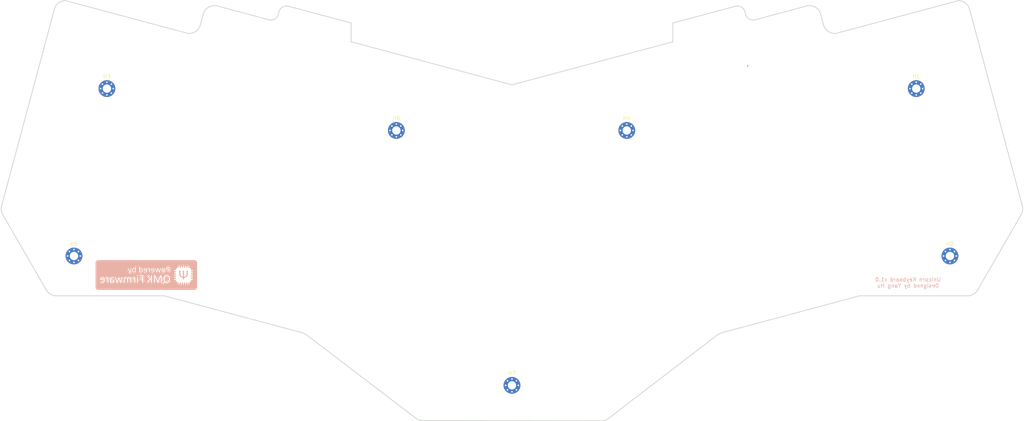
<source format=kicad_pcb>
(kicad_pcb (version 20171130) (host pcbnew "(5.1.9)-1")

  (general
    (thickness 1.6)
    (drawings 370)
    (tracks 1)
    (zones 0)
    (modules 8)
    (nets 2)
  )

  (page A4)
  (layers
    (0 F.Cu signal)
    (31 B.Cu signal)
    (32 B.Adhes user)
    (33 F.Adhes user)
    (34 B.Paste user)
    (35 F.Paste user)
    (36 B.SilkS user)
    (37 F.SilkS user)
    (38 B.Mask user)
    (39 F.Mask user)
    (40 Dwgs.User user)
    (41 Cmts.User user)
    (42 Eco1.User user)
    (43 Eco2.User user)
    (44 Edge.Cuts user)
    (45 Margin user)
    (46 B.CrtYd user)
    (47 F.CrtYd user)
    (48 B.Fab user)
    (49 F.Fab user)
  )

  (setup
    (last_trace_width 0.25)
    (trace_clearance 0.15)
    (zone_clearance 0.508)
    (zone_45_only no)
    (trace_min 0.2)
    (via_size 0.8)
    (via_drill 0.4)
    (via_min_size 0.4)
    (via_min_drill 0.3)
    (uvia_size 0.3)
    (uvia_drill 0.1)
    (uvias_allowed no)
    (uvia_min_size 0.2)
    (uvia_min_drill 0.1)
    (edge_width 0.05)
    (segment_width 0.2)
    (pcb_text_width 0.3)
    (pcb_text_size 1.5 1.5)
    (mod_edge_width 0.12)
    (mod_text_size 1 1)
    (mod_text_width 0.15)
    (pad_size 1.524 1.524)
    (pad_drill 0.762)
    (pad_to_mask_clearance 0)
    (aux_axis_origin 0 0)
    (grid_origin 153.996265 48.555279)
    (visible_elements 7FFFFFFF)
    (pcbplotparams
      (layerselection 0x010fc_ffffffff)
      (usegerberextensions false)
      (usegerberattributes true)
      (usegerberadvancedattributes true)
      (creategerberjobfile true)
      (excludeedgelayer true)
      (linewidth 0.100000)
      (plotframeref false)
      (viasonmask false)
      (mode 1)
      (useauxorigin false)
      (hpglpennumber 1)
      (hpglpenspeed 20)
      (hpglpendiameter 15.000000)
      (psnegative false)
      (psa4output false)
      (plotreference true)
      (plotvalue true)
      (plotinvisibletext false)
      (padsonsilk false)
      (subtractmaskfromsilk false)
      (outputformat 1)
      (mirror false)
      (drillshape 0)
      (scaleselection 1)
      (outputdirectory "gerber/"))
  )

  (net 0 "")
  (net 1 /row0)

  (net_class Default "This is the default net class."
    (clearance 0.15)
    (trace_width 0.25)
    (via_dia 0.8)
    (via_drill 0.4)
    (uvia_dia 0.3)
    (uvia_drill 0.1)
    (add_net /row0)
  )

  (module DjinnSymbols:QMK_PoweredBy (layer B.Cu) (tedit 605BD86C) (tstamp 608C8A7F)
    (at 57.996265 98.555279 180)
    (attr virtual)
    (fp_text reference G*** (at 0 0) (layer B.SilkS) hide
      (effects (font (size 1.524 1.524) (thickness 0.3)) (justify mirror))
    )
    (fp_text value LOGO (at 0.75 0) (layer B.SilkS) hide
      (effects (font (size 1.524 1.524) (thickness 0.3)) (justify mirror))
    )
    (fp_poly (pts (xy 12.914798 3.849202) (xy 13.059141 3.758944) (xy 13.180206 3.637345) (xy 13.268368 3.495632)
      (xy 13.324416 3.376083) (xy 13.324416 0) (xy 13.324404 -0.442617) (xy 13.324353 -0.844896)
      (xy 13.32424 -1.208833) (xy 13.324041 -1.536424) (xy 13.323733 -1.829664) (xy 13.323292 -2.090548)
      (xy 13.322697 -2.321074) (xy 13.321922 -2.523236) (xy 13.320946 -2.699029) (xy 13.319744 -2.85045)
      (xy 13.318293 -2.979494) (xy 13.316571 -3.088157) (xy 13.314554 -3.178435) (xy 13.312218 -3.252322)
      (xy 13.309541 -3.311816) (xy 13.306499 -3.358911) (xy 13.303069 -3.395602) (xy 13.299227 -3.423887)
      (xy 13.294951 -3.44576) (xy 13.290216 -3.463217) (xy 13.285001 -3.478253) (xy 13.283831 -3.48132)
      (xy 13.225825 -3.588491) (xy 13.139124 -3.695438) (xy 13.035479 -3.789444) (xy 12.943835 -3.849154)
      (xy 12.837583 -3.90525) (xy 0.03175 -3.908758) (xy -0.703122 -3.908933) (xy -1.427593 -3.909052)
      (xy -2.140507 -3.909118) (xy -2.840705 -3.909131) (xy -3.527028 -3.909093) (xy -4.198317 -3.909004)
      (xy -4.853415 -3.908866) (xy -5.491162 -3.90868) (xy -6.110401 -3.908446) (xy -6.709973 -3.908167)
      (xy -7.288719 -3.907843) (xy -7.845481 -3.907476) (xy -8.3791 -3.907066) (xy -8.888419 -3.906614)
      (xy -9.372278 -3.906123) (xy -9.829519 -3.905593) (xy -10.258983 -3.905024) (xy -10.659513 -3.904419)
      (xy -11.02995 -3.903779) (xy -11.369135 -3.903104) (xy -11.675909 -3.902395) (xy -11.949115 -3.901655)
      (xy -12.187593 -3.900883) (xy -12.390186 -3.900082) (xy -12.555735 -3.899252) (xy -12.683081 -3.898394)
      (xy -12.771067 -3.89751) (xy -12.818532 -3.896601) (xy -12.827 -3.896075) (xy -12.961227 -3.836472)
      (xy -13.08667 -3.74662) (xy -13.19303 -3.635869) (xy -13.270011 -3.513569) (xy -13.283832 -3.48132)
      (xy -13.289152 -3.466541) (xy -13.293987 -3.449764) (xy -13.298358 -3.428994) (xy -13.30229 -3.402236)
      (xy -13.305806 -3.367494) (xy -13.308928 -3.322772) (xy -13.311681 -3.266075) (xy -13.314087 -3.195407)
      (xy -13.31617 -3.108772) (xy -13.317953 -3.004175) (xy -13.319459 -2.87962) (xy -13.320711 -2.733112)
      (xy -13.321734 -2.562654) (xy -13.322549 -2.366251) (xy -13.323181 -2.141908) (xy -13.323652 -1.887629)
      (xy -13.323986 -1.601417) (xy -13.324207 -1.281279) (xy -13.324336 -0.925217) (xy -13.324399 -0.531236)
      (xy -13.324417 -0.097341) (xy -13.324417 1.091857) (xy -12.231967 1.091857) (xy -12.22302 1.046838)
      (xy -12.19707 1.0184) (xy -12.147755 1.002769) (xy -12.068715 0.996172) (xy -11.956575 0.994833)
      (xy -11.726334 0.994833) (xy -11.726334 0.699844) (xy -11.975042 0.69388) (xy -12.22375 0.687917)
      (xy -12.230269 0.585731) (xy -12.231967 0.520357) (xy -12.22302 0.475338) (xy -12.19707 0.4469)
      (xy -12.147755 0.431269) (xy -12.068715 0.424672) (xy -11.956575 0.423333) (xy -11.726334 0.423333)
      (xy -11.726334 0.128344) (xy -11.975042 0.12238) (xy -12.22375 0.116417) (xy -12.230269 0.014231)
      (xy -12.231967 -0.051143) (xy -12.22302 -0.096162) (xy -12.19707 -0.1246) (xy -12.147755 -0.140231)
      (xy -12.068715 -0.146828) (xy -11.956575 -0.148167) (xy -11.726334 -0.148167) (xy -11.726334 -0.443156)
      (xy -11.975042 -0.44912) (xy -12.22375 -0.455083) (xy -12.230269 -0.557269) (xy -12.231967 -0.622643)
      (xy -12.22302 -0.667662) (xy -12.19707 -0.6961) (xy -12.147755 -0.711731) (xy -12.068715 -0.718328)
      (xy -11.956575 -0.719667) (xy -11.726334 -0.719667) (xy -11.726334 -1.014656) (xy -11.975042 -1.02062)
      (xy -12.22375 -1.026583) (xy -12.230269 -1.128769) (xy -12.231967 -1.194143) (xy -12.22302 -1.239162)
      (xy -12.19707 -1.2676) (xy -12.147755 -1.283231) (xy -12.068715 -1.289828) (xy -11.956575 -1.291167)
      (xy -11.726334 -1.291167) (xy -11.726334 -1.385622) (xy -11.707275 -1.520882) (xy -11.654483 -1.653737)
      (xy -11.574535 -1.768852) (xy -11.551911 -1.792259) (xy -11.450723 -1.876988) (xy -11.350652 -1.929777)
      (xy -11.236409 -1.957712) (xy -11.182249 -1.9636) (xy -11.049 -1.974296) (xy -11.049 -2.199998)
      (xy -11.046366 -2.323979) (xy -11.038404 -2.406777) (xy -11.025029 -2.449213) (xy -11.022673 -2.452027)
      (xy -10.983194 -2.467994) (xy -10.914479 -2.473015) (xy -10.890382 -2.472135) (xy -10.784417 -2.465917)
      (xy -10.778454 -2.217208) (xy -10.77249 -1.9685) (xy -10.4775 -1.9685) (xy -10.4775 -2.198741)
      (xy -10.476087 -2.312998) (xy -10.46933 -2.391311) (xy -10.453457 -2.44004) (xy -10.424693 -2.465545)
      (xy -10.379264 -2.474187) (xy -10.315103 -2.472435) (xy -10.212917 -2.465917) (xy -10.206954 -2.217208)
      (xy -10.20099 -1.9685) (xy -9.906 -1.9685) (xy -9.906 -2.198741) (xy -9.904587 -2.312998)
      (xy -9.89783 -2.391311) (xy -9.881957 -2.44004) (xy -9.853193 -2.465545) (xy -9.807764 -2.474187)
      (xy -9.743603 -2.472435) (xy -9.641417 -2.465917) (xy -9.635454 -2.217208) (xy -9.62949 -1.9685)
      (xy -9.3345 -1.9685) (xy -9.3345 -2.198741) (xy -9.333087 -2.312998) (xy -9.32633 -2.391311)
      (xy -9.310457 -2.44004) (xy -9.281693 -2.465545) (xy -9.236264 -2.474187) (xy -9.172103 -2.472435)
      (xy -9.069917 -2.465917) (xy -9.063954 -2.217208) (xy -9.05799 -1.9685) (xy -8.763 -1.9685)
      (xy -8.763 -2.198741) (xy -8.761587 -2.312998) (xy -8.75483 -2.391311) (xy -8.738957 -2.44004)
      (xy -8.710193 -2.465545) (xy -8.664764 -2.474187) (xy -8.600603 -2.472435) (xy -8.498417 -2.465917)
      (xy -8.492475 -2.219633) (xy -8.486532 -1.973349) (xy -8.354891 -1.964745) (xy -8.197003 -1.935413)
      (xy -8.061273 -1.871137) (xy -7.950339 -1.774537) (xy -7.866839 -1.648232) (xy -7.813408 -1.494841)
      (xy -7.799279 -1.412875) (xy -7.784456 -1.291167) (xy -7.554806 -1.291167) (xy -7.442609 -1.289567)
      (xy -7.365997 -1.282521) (xy -7.318276 -1.266661) (xy -7.292748 -1.238618) (xy -7.282719 -1.195022)
      (xy -7.281334 -1.153583) (xy -7.284443 -1.097674) (xy -6.213286 -1.097674) (xy -6.198971 -1.288327)
      (xy -6.16501 -1.465126) (xy -6.135959 -1.557238) (xy -6.05678 -1.715155) (xy -5.949619 -1.84158)
      (xy -5.815287 -1.936053) (xy -5.654596 -1.998116) (xy -5.468358 -2.02731) (xy -5.305476 -2.026944)
      (xy -5.170609 -2.011239) (xy -5.05992 -1.983642) (xy -5.029757 -1.971863) (xy -4.930064 -1.927764)
      (xy -4.801644 -2.031246) (xy -4.712203 -2.09696) (xy -4.61352 -2.159159) (xy -4.514702 -2.213142)
      (xy -4.424852 -2.254206) (xy -4.353075 -2.277649) (xy -4.318 -2.28101) (xy -4.276862 -2.26599)
      (xy -4.259474 -2.224559) (xy -4.258139 -2.214651) (xy -4.255774 -2.14889) (xy -4.270429 -2.09896)
      (xy -4.308483 -2.056223) (xy -4.376315 -2.012045) (xy -4.428465 -1.984088) (xy -4.512219 -1.937956)
      (xy -4.590664 -1.889916) (xy -4.648372 -1.849479) (xy -4.653514 -1.845304) (xy -4.724444 -1.786183)
      (xy -4.670316 -1.706419) (xy -4.594087 -1.562548) (xy -4.538184 -1.390159) (xy -4.513873 -1.252551)
      (xy -4.064602 -1.252551) (xy -4.064395 -1.418981) (xy -4.063566 -1.574218) (xy -4.062091 -1.712959)
      (xy -4.05995 -1.829905) (xy -4.05712 -1.919754) (xy -4.05358 -1.977205) (xy -4.049889 -1.996722)
      (xy -4.015984 -2.008264) (xy -3.957988 -2.011288) (xy -3.893055 -2.006823) (xy -3.838337 -1.995897)
      (xy -3.81285 -1.982517) (xy -3.805764 -1.955262) (xy -3.799668 -1.891119) (xy -3.794528 -1.789073)
      (xy -3.790307 -1.648108) (xy -3.78697 -1.467207) (xy -3.784481 -1.245354) (xy -3.7838 -1.157328)
      (xy -3.77825 -0.360455) (xy -3.48348 -1.127436) (xy -3.41695 -1.300128) (xy -3.35417 -1.46229)
      (xy -3.296982 -1.609225) (xy -3.247229 -1.736233) (xy -3.206751 -1.838617) (xy -3.177391 -1.911677)
      (xy -3.16099 -1.950716) (xy -3.159592 -1.953693) (xy -3.138851 -1.988408) (xy -3.112189 -2.004964)
      (xy -3.065842 -2.008595) (xy -3.020446 -2.00661) (xy -2.910417 -2.00025) (xy -2.56726 -1.153583)
      (xy -2.224103 -0.306917) (xy -2.21801 -1.153583) (xy -2.211917 -2.00025) (xy -1.979084 -2.00025)
      (xy -1.973568 -1.071356) (xy -1.973323 -1.016159) (xy -1.4605 -1.016159) (xy -1.4605 -1.044967)
      (xy -1.460192 -1.240239) (xy -1.459308 -1.422368) (xy -1.457914 -1.58701) (xy -1.456074 -1.729821)
      (xy -1.453852 -1.846459) (xy -1.451313 -1.932579) (xy -1.448521 -1.983839) (xy -1.446389 -1.996722)
      (xy -1.412562 -2.008213) (xy -1.354627 -2.011253) (xy -1.289734 -2.006855) (xy -1.235038 -1.996034)
      (xy -1.209515 -1.982716) (xy -1.200576 -1.950347) (xy -1.193016 -1.877704) (xy -1.186956 -1.766831)
      (xy -1.18252 -1.619769) (xy -1.180465 -1.497976) (xy -1.17475 -1.041354) (xy -0.846667 -1.488532)
      (xy -0.756707 -1.610666) (xy -0.673305 -1.722987) (xy -0.600223 -1.820501) (xy -0.541222 -1.898213)
      (xy -0.500066 -1.951129) (xy -0.481542 -1.973272) (xy -0.442309 -1.993507) (xy -0.380581 -2.006807)
      (xy -0.311059 -2.012289) (xy -0.248446 -2.009069) (xy -0.207445 -1.996265) (xy -0.201354 -1.990104)
      (xy -0.197051 -1.977668) (xy -0.199444 -1.960033) (xy -0.210973 -1.933524) (xy -0.234082 -1.894467)
      (xy -0.271213 -1.839186) (xy -0.324806 -1.764006) (xy -0.397304 -1.665252) (xy -0.49115 -1.539249)
      (xy -0.577453 -1.424065) (xy -0.679265 -1.287946) (xy -0.757908 -1.181419) (xy -0.815925 -1.100443)
      (xy -0.855859 -1.04098) (xy -0.880254 -0.998989) (xy -0.891653 -0.970433) (xy -0.89253 -0.952663)
      (xy 0.803033 -0.952663) (xy 0.803358 -1.12543) (xy 0.804498 -1.296202) (xy 0.806437 -1.459603)
      (xy 0.809158 -1.610258) (xy 0.812645 -1.742792) (xy 0.816881 -1.851828) (xy 0.82185 -1.931991)
      (xy 0.827535 -1.977906) (xy 0.83066 -1.98636) (xy 0.87014 -2.002327) (xy 0.938855 -2.007348)
      (xy 0.962952 -2.006469) (xy 1.068916 -2.00025) (xy 1.074655 -1.582208) (xy 1.080394 -1.164167)
      (xy 1.41438 -1.164167) (xy 1.551115 -1.163383) (xy 1.651178 -1.160075) (xy 1.720214 -1.152808)
      (xy 1.763871 -1.140148) (xy 1.787796 -1.120661) (xy 1.797634 -1.092912) (xy 1.799166 -1.066414)
      (xy 1.798215 -1.025566) (xy 1.791479 -0.995877) (xy 1.773133 -0.975566) (xy 1.737352 -0.962854)
      (xy 1.678312 -0.955961) (xy 1.590188 -0.953104) (xy 1.467155 -0.952506) (xy 1.426485 -0.9525)
      (xy 1.0795 -0.9525) (xy 1.0795 -0.612926) (xy 2.180166 -0.612926) (xy 2.180166 -1.297768)
      (xy 2.180616 -1.46405) (xy 2.18189 -1.616685) (xy 2.18388 -1.750544) (xy 2.186474 -1.860499)
      (xy 2.189562 -1.941419) (xy 2.193034 -1.988176) (xy 2.195228 -1.997673) (xy 2.223463 -2.005196)
      (xy 2.278833 -2.007719) (xy 2.316936 -2.006492) (xy 2.423583 -2.00025) (xy 2.42676 -1.599819)
      (xy 2.882281 -1.599819) (xy 2.882626 -1.734442) (xy 2.883609 -1.845457) (xy 2.88519 -1.927574)
      (xy 2.887333 -1.975504) (xy 2.888709 -1.985306) (xy 2.914006 -2.00279) (xy 2.974303 -2.007963)
      (xy 3.010721 -2.006656) (xy 3.122083 -2.00025) (xy 3.131144 -1.599819) (xy 3.940614 -1.599819)
      (xy 3.94096 -1.734442) (xy 3.941942 -1.845457) (xy 3.943523 -1.927574) (xy 3.945666 -1.975504)
      (xy 3.947042 -1.985306) (xy 3.972339 -2.00279) (xy 4.032636 -2.007963) (xy 4.069054 -2.006656)
      (xy 4.180416 -2.00025) (xy 4.191 -1.509779) (xy 4.194478 -1.353457) (xy 4.197733 -1.233782)
      (xy 4.201422 -1.145077) (xy 4.206204 -1.081665) (xy 4.212737 -1.03787) (xy 4.221677 -1.008015)
      (xy 4.233684 -0.986423) (xy 4.249415 -0.967417) (xy 4.2545 -0.961869) (xy 4.359073 -0.865977)
      (xy 4.460665 -0.806286) (xy 4.555867 -0.783075) (xy 4.641272 -0.796625) (xy 4.713474 -0.847216)
      (xy 4.762187 -0.920105) (xy 4.776159 -0.952188) (xy 4.786727 -0.987167) (xy 4.794365 -1.031245)
      (xy 4.799546 -1.090623) (xy 4.802745 -1.171504) (xy 4.804433 -1.28009) (xy 4.805085 -1.422584)
      (xy 4.805157 -1.483058) (xy 4.806008 -1.621773) (xy 4.808212 -1.747006) (xy 4.811538 -1.852299)
      (xy 4.815756 -1.931195) (xy 4.820636 -1.977235) (xy 4.82308 -1.985667) (xy 4.859223 -2.004188)
      (xy 4.933816 -2.007428) (xy 4.944464 -2.006834) (xy 5.04825 -2.00025) (xy 5.05961 -1.043878)
      (xy 5.135579 -0.955126) (xy 5.228966 -0.86654) (xy 5.3261 -0.810489) (xy 5.421333 -0.787394)
      (xy 5.509018 -0.797675) (xy 5.583506 -0.841752) (xy 5.638062 -0.917725) (xy 5.649571 -0.948216)
      (xy 5.658298 -0.988636) (xy 5.664597 -1.04471) (xy 5.668823 -1.122162) (xy 5.671333 -1.226719)
      (xy 5.672482 -1.364104) (xy 5.672666 -1.47534) (xy 5.673424 -1.648414) (xy 5.675801 -1.782262)
      (xy 5.67995 -1.879964) (xy 5.686024 -1.944604) (xy 5.694177 -1.979262) (xy 5.698066 -1.985433)
      (xy 5.733221 -2.000558) (xy 5.79301 -2.00965) (xy 5.824663 -2.010833) (xy 5.886925 -2.00838)
      (xy 5.919638 -1.997012) (xy 5.935488 -1.970723) (xy 5.939515 -1.956426) (xy 5.944647 -1.911064)
      (xy 5.947331 -1.831484) (xy 5.947819 -1.725471) (xy 5.946363 -1.60081) (xy 5.943214 -1.465285)
      (xy 5.938623 -1.326683) (xy 5.932843 -1.192787) (xy 5.926124 -1.071383) (xy 5.918718 -0.970257)
      (xy 5.910877 -0.897192) (xy 5.904194 -0.863361) (xy 5.842947 -0.741838) (xy 5.752935 -0.65016)
      (xy 5.701812 -0.623836) (xy 6.222776 -0.623836) (xy 6.223213 -0.650058) (xy 6.230013 -0.690813)
      (xy 6.244195 -0.750302) (xy 6.266774 -0.832724) (xy 6.298768 -0.942279) (xy 6.341194 -1.083167)
      (xy 6.395071 -1.259589) (xy 6.404823 -1.291399) (xy 6.454642 -1.452597) (xy 6.501351 -1.60135)
      (xy 6.543326 -1.732675) (xy 6.578947 -1.841589) (xy 6.606591 -1.923109) (xy 6.624637 -1.972251)
      (xy 6.630371 -1.984375) (xy 6.664856 -2.000134) (xy 6.732901 -2.009198) (xy 6.787588 -2.010833)
      (xy 6.8615 -2.009826) (xy 6.904737 -2.003539) (xy 6.928953 -1.987075) (xy 6.945805 -1.955536)
      (xy 6.951313 -1.942042) (xy 6.964979 -1.901037) (xy 6.987126 -1.826378) (xy 7.015685 -1.725408)
      (xy 7.048588 -1.605471) (xy 7.083766 -1.47391) (xy 7.091729 -1.443664) (xy 7.125699 -1.317951)
      (xy 7.15693 -1.209325) (xy 7.18368 -1.123291) (xy 7.204206 -1.065357) (xy 7.216766 -1.04103)
      (xy 7.21897 -1.041497) (xy 7.228859 -1.069097) (xy 7.248511 -1.131162) (xy 7.276038 -1.221459)
      (xy 7.30955 -1.333756) (xy 7.347158 -1.461819) (xy 7.365219 -1.523984) (xy 7.404423 -1.656411)
      (xy 7.441186 -1.775072) (xy 7.473503 -1.873925) (xy 7.499367 -1.946927) (xy 7.516773 -1.988037)
      (xy 7.521453 -1.994618) (xy 7.562539 -2.006383) (xy 7.626502 -2.010858) (xy 7.698044 -2.008678)
      (xy 7.761867 -2.000474) (xy 7.802673 -1.986881) (xy 7.807432 -1.982779) (xy 7.818889 -1.9567)
      (xy 7.840722 -1.896024) (xy 7.871062 -1.80668) (xy 7.908045 -1.694598) (xy 7.94367 -1.584634)
      (xy 8.412624 -1.584634) (xy 8.417217 -1.702854) (xy 8.457641 -1.816192) (xy 8.515565 -1.897001)
      (xy 8.577583 -1.950207) (xy 8.64887 -1.992469) (xy 8.66775 -2.000204) (xy 8.771799 -2.023676)
      (xy 8.8892 -2.029916) (xy 8.998921 -2.018512) (xy 9.040299 -2.007476) (xy 9.102463 -1.980052)
      (xy 9.174295 -1.939871) (xy 9.20086 -1.92272) (xy 9.289471 -1.862487) (xy 9.29611 -1.931369)
      (xy 9.302979 -1.97326) (xy 9.320981 -1.994493) (xy 9.362124 -2.00356) (xy 9.402604 -2.006673)
      (xy 9.463873 -2.00847) (xy 9.49585 -1.999944) (xy 9.511287 -1.975688) (xy 9.516149 -1.958546)
      (xy 9.51969 -1.922403) (xy 9.522189 -1.850625) (xy 9.523581 -1.749901) (xy 9.523801 -1.626918)
      (xy 9.523436 -1.57708) (xy 9.951618 -1.57708) (xy 9.952111 -1.712092) (xy 9.953328 -1.823914)
      (xy 9.955222 -1.906939) (xy 9.957745 -1.95556) (xy 9.958961 -1.964291) (xy 9.970138 -1.992679)
      (xy 9.99332 -2.006065) (xy 10.040256 -2.008515) (xy 10.0813 -2.006624) (xy 10.19175 -2.00025)
      (xy 10.202333 -1.543535) (xy 10.205942 -1.393241) (xy 10.208408 -1.311647) (xy 10.911416 -1.311647)
      (xy 10.912334 -1.427872) (xy 10.915988 -1.512081) (xy 10.923732 -1.57457) (xy 10.936918 -1.625633)
      (xy 10.956899 -1.675567) (xy 10.960176 -1.68275) (xy 11.043416 -1.817622) (xy 11.155089 -1.921528)
      (xy 11.296421 -1.995519) (xy 11.345333 -2.012206) (xy 11.417625 -2.024709) (xy 11.516999 -2.029546)
      (xy 11.628975 -2.027094) (xy 11.739072 -2.017734) (xy 11.832811 -2.001843) (xy 11.843594 -1.999173)
      (xy 11.944358 -1.969397) (xy 12.009944 -1.939151) (xy 12.047204 -1.902887) (xy 12.062987 -1.855056)
      (xy 12.065 -1.819845) (xy 12.061761 -1.77078) (xy 12.047289 -1.743959) (xy 12.014452 -1.737816)
      (xy 11.956117 -1.750785) (xy 11.8745 -1.778) (xy 11.780241 -1.801786) (xy 11.66913 -1.815865)
      (xy 11.556166 -1.819621) (xy 11.456351 -1.812435) (xy 11.394336 -1.797757) (xy 11.293429 -1.73822)
      (xy 11.220067 -1.64667) (xy 11.174474 -1.523431) (xy 11.163857 -1.46381) (xy 11.149379 -1.354667)
      (xy 11.605677 -1.354667) (xy 11.76754 -1.354378) (xy 11.891987 -1.352513) (xy 11.983935 -1.347575)
      (xy 12.048303 -1.338066) (xy 12.090008 -1.322489) (xy 12.113967 -1.299345) (xy 12.125098 -1.267138)
      (xy 12.128319 -1.224369) (xy 12.1285 -1.195446) (xy 12.113053 -1.036028) (xy 12.069287 -0.888047)
      (xy 12.023001 -0.797687) (xy 11.936394 -0.698347) (xy 11.824793 -0.626051) (xy 11.695904 -0.58096)
      (xy 11.557434 -0.563233) (xy 11.41709 -0.57303) (xy 11.282578 -0.610512) (xy 11.161606 -0.675838)
      (xy 11.061879 -0.769168) (xy 11.055245 -0.777595) (xy 10.997796 -0.859231) (xy 10.957549 -0.936892)
      (xy 10.931685 -1.02105) (xy 10.917383 -1.122174) (xy 10.911823 -1.250734) (xy 10.911416 -1.311647)
      (xy 10.208408 -1.311647) (xy 10.209396 -1.279) (xy 10.213478 -1.19454) (xy 10.218974 -1.13359)
      (xy 10.226666 -1.089881) (xy 10.23734 -1.05714) (xy 10.25178 -1.029098) (xy 10.270292 -1.000206)
      (xy 10.322641 -0.933426) (xy 10.383575 -0.872031) (xy 10.401502 -0.857275) (xy 10.448612 -0.825666)
      (xy 10.493902 -0.809875) (xy 10.553896 -0.805965) (xy 10.60871 -0.807937) (xy 10.742083 -0.814917)
      (xy 10.742083 -0.709083) (xy 10.74052 -0.645939) (xy 10.729772 -0.611309) (xy 10.700749 -0.591374)
      (xy 10.654173 -0.575424) (xy 10.547293 -0.558773) (xy 10.446386 -0.580247) (xy 10.347179 -0.641306)
      (xy 10.281708 -0.702781) (xy 10.181166 -0.809145) (xy 10.181166 -0.701309) (xy 10.179125 -0.636825)
      (xy 10.169249 -0.602338) (xy 10.145904 -0.585568) (xy 10.125277 -0.579446) (xy 10.061226 -0.575781)
      (xy 10.014152 -0.584836) (xy 9.958916 -0.604254) (xy 9.952994 -1.259919) (xy 9.951896 -1.424487)
      (xy 9.951618 -1.57708) (xy 9.523436 -1.57708) (xy 9.522784 -1.488364) (xy 9.521573 -1.40179)
      (xy 9.518724 -1.241799) (xy 9.515722 -1.118035) (xy 9.511989 -1.024395) (xy 9.506945 -0.954776)
      (xy 9.500011 -0.903072) (xy 9.49061 -0.863181) (xy 9.478161 -0.828998) (xy 9.464419 -0.799189)
      (xy 9.399975 -0.701452) (xy 9.313282 -0.631614) (xy 9.200179 -0.587699) (xy 9.056505 -0.567726)
      (xy 8.974284 -0.566073) (xy 8.840037 -0.576297) (xy 8.719613 -0.602191) (xy 8.617623 -0.640809)
      (xy 8.538679 -0.689204) (xy 8.487391 -0.744431) (xy 8.468371 -0.803542) (xy 8.486229 -0.863593)
      (xy 8.493125 -0.873498) (xy 8.510109 -0.889979) (xy 8.533584 -0.893557) (xy 8.573212 -0.882598)
      (xy 8.638658 -0.855462) (xy 8.662933 -0.84474) (xy 8.82176 -0.787903) (xy 8.960509 -0.767631)
      (xy 9.080193 -0.783787) (xy 9.089061 -0.786679) (xy 9.16832 -0.827004) (xy 9.219492 -0.887905)
      (xy 9.247036 -0.976433) (xy 9.254177 -1.04775) (xy 9.260416 -1.17475) (xy 9.027583 -1.188182)
      (xy 8.886017 -1.198949) (xy 8.778175 -1.21387) (xy 8.69551 -1.234785) (xy 8.629474 -1.263534)
      (xy 8.602682 -1.279664) (xy 8.506471 -1.365142) (xy 8.442747 -1.469431) (xy 8.412624 -1.584634)
      (xy 7.94367 -1.584634) (xy 7.949803 -1.565704) (xy 7.99447 -1.425928) (xy 8.04018 -1.281199)
      (xy 8.085066 -1.137445) (xy 8.127261 -1.000594) (xy 8.1649 -0.876575) (xy 8.196116 -0.771316)
      (xy 8.219043 -0.690747) (xy 8.231813 -0.640795) (xy 8.233833 -0.628366) (xy 8.215445 -0.596441)
      (xy 8.169183 -0.57648) (xy 8.108405 -0.570841) (xy 8.046465 -0.581881) (xy 8.024484 -0.591426)
      (xy 8.007578 -0.613257) (xy 7.984269 -0.665347) (xy 7.953755 -0.750018) (xy 7.915236 -0.869597)
      (xy 7.86791 -1.026408) (xy 7.831185 -1.152386) (xy 7.789334 -1.295075) (xy 7.750633 -1.422484)
      (xy 7.716736 -1.529523) (xy 7.6893 -1.611103) (xy 7.66998 -1.662134) (xy 7.66043 -1.677527)
      (xy 7.660405 -1.677501) (xy 7.650817 -1.653633) (xy 7.631369 -1.594575) (xy 7.603759 -1.505864)
      (xy 7.569683 -1.393038) (xy 7.530837 -1.261631) (xy 7.491872 -1.127448) (xy 7.338053 -0.593313)
      (xy 7.2692 -0.580396) (xy 7.183969 -0.57688) (xy 7.121061 -0.6) (xy 7.094342 -0.631142)
      (xy 7.08424 -0.660803) (xy 7.065121 -0.725429) (xy 7.038663 -0.819026) (xy 7.00654 -0.935597)
      (xy 6.97043 -1.069147) (xy 6.940906 -1.179988) (xy 6.903412 -1.320139) (xy 6.869042 -1.445709)
      (xy 6.839361 -1.551218) (xy 6.815932 -1.631187) (xy 6.800317 -1.680134) (xy 6.794455 -1.69328)
      (xy 6.785972 -1.673827) (xy 6.767469 -1.61896) (xy 6.740587 -1.533961) (xy 6.706966 -1.424111)
      (xy 6.668246 -1.294693) (xy 6.626417 -1.152189) (xy 6.571889 -0.967888) (xy 6.526805 -0.822624)
      (xy 6.490453 -0.714339) (xy 6.462118 -0.640972) (xy 6.441087 -0.600465) (xy 6.432061 -0.591272)
      (xy 6.367626 -0.573615) (xy 6.294756 -0.576244) (xy 6.236922 -0.598191) (xy 6.227684 -0.607947)
      (xy 6.222776 -0.623836) (xy 5.701812 -0.623836) (xy 5.637712 -0.590831) (xy 5.500833 -0.566355)
      (xy 5.481889 -0.565866) (xy 5.37122 -0.57845) (xy 5.2625 -0.620724) (xy 5.147979 -0.696248)
      (xy 5.086214 -0.747509) (xy 5.03599 -0.785598) (xy 5.006251 -0.794946) (xy 5.000978 -0.789519)
      (xy 4.954249 -0.710992) (xy 4.875655 -0.643909) (xy 4.775299 -0.594143) (xy 4.663281 -0.567566)
      (xy 4.614333 -0.56473) (xy 4.514952 -0.573775) (xy 4.423286 -0.604407) (xy 4.327245 -0.661689)
      (xy 4.259791 -0.713136) (xy 4.169833 -0.786001) (xy 4.169833 -0.689737) (xy 4.167112 -0.629318)
      (xy 4.154511 -0.597968) (xy 4.125371 -0.582548) (xy 4.113944 -0.579446) (xy 4.049893 -0.575781)
      (xy 4.002819 -0.584837) (xy 3.947583 -0.604255) (xy 3.941987 -1.280903) (xy 3.940944 -1.446876)
      (xy 3.940614 -1.599819) (xy 3.131144 -1.599819) (xy 3.132666 -1.532575) (xy 3.14325 -1.064899)
      (xy 3.224821 -0.965415) (xy 3.293753 -0.886518) (xy 3.350907 -0.837709) (xy 3.407415 -0.813476)
      (xy 3.474411 -0.808308) (xy 3.532735 -0.812996) (xy 3.60216 -0.819858) (xy 3.640721 -0.818126)
      (xy 3.659569 -0.804382) (xy 3.669856 -0.775212) (xy 3.671013 -0.770636) (xy 3.677097 -0.70586)
      (xy 3.671904 -0.653836) (xy 3.653346 -0.610035) (xy 3.61345 -0.583245) (xy 3.575569 -0.57107)
      (xy 3.466089 -0.559828) (xy 3.361571 -0.58782) (xy 3.258612 -0.656254) (xy 3.212041 -0.700402)
      (xy 3.1115 -0.804193) (xy 3.1115 -0.698833) (xy 3.109336 -0.635211) (xy 3.098957 -0.601403)
      (xy 3.074536 -0.584956) (xy 3.05561 -0.579446) (xy 2.991559 -0.575781) (xy 2.944485 -0.584837)
      (xy 2.88925 -0.604255) (xy 2.883654 -1.280903) (xy 2.882611 -1.446876) (xy 2.882281 -1.599819)
      (xy 2.42676 -1.599819) (xy 2.429159 -1.297471) (xy 2.434734 -0.594691) (xy 2.358747 -0.580436)
      (xy 2.289417 -0.577046) (xy 2.231463 -0.589553) (xy 2.180166 -0.612926) (xy 1.0795 -0.612926)
      (xy 1.0795 -0.296333) (xy 1.439857 -0.296333) (xy 1.571049 -0.296169) (xy 1.66614 -0.295143)
      (xy 1.731362 -0.292453) (xy 1.772946 -0.287299) (xy 1.797125 -0.278879) (xy 1.81013 -0.266393)
      (xy 1.818193 -0.24904) (xy 1.818728 -0.247637) (xy 1.829041 -0.188679) (xy 1.827548 -0.162953)
      (xy 2.160221 -0.162953) (xy 2.162287 -0.226926) (xy 2.175032 -0.277159) (xy 2.185458 -0.291464)
      (xy 2.249581 -0.320154) (xy 2.328723 -0.325185) (xy 2.402832 -0.306612) (xy 2.428875 -0.290823)
      (xy 2.445212 -0.258156) (xy 2.454514 -0.201179) (xy 2.455333 -0.177813) (xy 2.450189 -0.113218)
      (xy 2.430106 -0.073528) (xy 2.402169 -0.050808) (xy 2.334733 -0.028615) (xy 2.25706 -0.033548)
      (xy 2.190096 -0.064102) (xy 2.187475 -0.066217) (xy 2.168671 -0.103348) (xy 2.160221 -0.162953)
      (xy 1.827548 -0.162953) (xy 1.82632 -0.141803) (xy 1.815398 -0.084667) (xy 0.845618 -0.084667)
      (xy 0.824976 -0.138961) (xy 0.81913 -0.175183) (xy 0.814216 -0.247037) (xy 0.810217 -0.349149)
      (xy 0.807115 -0.476143) (xy 0.804895 -0.622644) (xy 0.803539 -0.783275) (xy 0.803033 -0.952663)
      (xy -0.89253 -0.952663) (xy -0.892599 -0.951271) (xy -0.885636 -0.937465) (xy -0.884601 -0.936222)
      (xy -0.781267 -0.814782) (xy -0.677156 -0.690878) (xy -0.576116 -0.569238) (xy -0.481995 -0.454592)
      (xy -0.39864 -0.351666) (xy -0.329901 -0.26519) (xy -0.279624 -0.199892) (xy -0.251658 -0.1605)
      (xy -0.247939 -0.1539) (xy -0.235516 -0.111389) (xy -0.250849 -0.086408) (xy -0.255204 -0.083475)
      (xy -0.301341 -0.06989) (xy -0.368256 -0.065886) (xy -0.435433 -0.071711) (xy -0.469461 -0.080863)
      (xy -0.49188 -0.100862) (xy -0.53638 -0.149611) (xy -0.599025 -0.222466) (xy -0.67588 -0.31478)
      (xy -0.763011 -0.421908) (xy -0.839878 -0.518194) (xy -1.17475 -0.941137) (xy -1.180295 -0.528777)
      (xy -1.182647 -0.384256) (xy -1.185631 -0.276338) (xy -1.189784 -0.199294) (xy -1.195642 -0.147393)
      (xy -1.203742 -0.114906) (xy -1.21462 -0.096103) (xy -1.221382 -0.089958) (xy -1.279533 -0.067868)
      (xy -1.35295 -0.066178) (xy -1.41953 -0.085396) (xy -1.419559 -0.085411) (xy -1.429326 -0.092034)
      (xy -1.437404 -0.102988) (xy -1.443952 -0.12203) (xy -1.449131 -0.152915) (xy -1.453101 -0.199398)
      (xy -1.456021 -0.265235) (xy -1.458054 -0.35418) (xy -1.459357 -0.46999) (xy -1.460093 -0.616419)
      (xy -1.46042 -0.797224) (xy -1.4605 -1.016159) (xy -1.973323 -1.016159) (xy -1.972477 -0.82576)
      (xy -1.972398 -0.620355) (xy -1.97337 -0.453009) (xy -1.975435 -0.32159) (xy -1.978635 -0.223967)
      (xy -1.98301 -0.158008) (xy -1.988601 -0.121582) (xy -1.992034 -0.113564) (xy -2.028243 -0.095802)
      (xy -2.101868 -0.086439) (xy -2.173777 -0.084667) (xy -2.257977 -0.086268) (xy -2.311696 -0.092991)
      (xy -2.346728 -0.107714) (xy -2.374867 -0.133314) (xy -2.37535 -0.133855) (xy -2.393418 -0.164451)
      (xy -2.42522 -0.229479) (xy -2.468623 -0.324125) (xy -2.521492 -0.443574) (xy -2.581694 -0.583012)
      (xy -2.647093 -0.737625) (xy -2.708105 -0.884489) (xy -2.775034 -1.046496) (xy -2.837159 -1.195968)
      (xy -2.892587 -1.328419) (xy -2.939425 -1.439364) (xy -2.97578 -1.524319) (xy -2.99976 -1.578798)
      (xy -3.009324 -1.598212) (xy -3.022475 -1.586516) (xy -3.045357 -1.544128) (xy -3.073114 -1.480095)
      (xy -3.074227 -1.477287) (xy -3.095676 -1.422957) (xy -3.130111 -1.335689) (xy -3.174989 -1.221925)
      (xy -3.22777 -1.088109) (xy -3.285911 -0.940686) (xy -3.346871 -0.786098) (xy -3.356373 -0.762)
      (xy -3.419726 -0.60379) (xy -3.479005 -0.460455) (xy -3.532065 -0.33687) (xy -3.576761 -0.23791)
      (xy -3.610946 -0.16845) (xy -3.632475 -0.133365) (xy -3.633484 -0.132292) (xy -3.663207 -0.107916)
      (xy -3.69962 -0.093524) (xy -3.754134 -0.086614) (xy -3.83816 -0.084683) (xy -3.850627 -0.084667)
      (xy -3.937502 -0.086018) (xy -3.991699 -0.091442) (xy -4.022826 -0.102992) (xy -4.040488 -0.122723)
      (xy -4.042089 -0.125608) (xy -4.046492 -0.154241) (xy -4.050471 -0.219389) (xy -4.054004 -0.31575)
      (xy -4.057069 -0.438024) (xy -4.059644 -0.58091) (xy -4.061707 -0.739106) (xy -4.063236 -0.907313)
      (xy -4.064208 -1.080228) (xy -4.064602 -1.252551) (xy -4.513873 -1.252551) (xy -4.504373 -1.198783)
      (xy -4.494423 -0.997953) (xy -4.506504 -0.82333) (xy -4.548704 -0.615835) (xy -4.617885 -0.440945)
      (xy -4.714018 -0.298686) (xy -4.837075 -0.189086) (xy -4.987026 -0.11217) (xy -5.163843 -0.067965)
      (xy -5.344584 -0.05616) (xy -5.546257 -0.074706) (xy -5.723158 -0.127253) (xy -5.87473 -0.21344)
      (xy -6.000419 -0.332909) (xy -6.099669 -0.485297) (xy -6.138071 -0.570833) (xy -6.182863 -0.726104)
      (xy -6.207925 -0.905992) (xy -6.213286 -1.097674) (xy -7.284443 -1.097674) (xy -7.284461 -1.097354)
      (xy -7.298289 -1.058884) (xy -7.32949 -1.034846) (xy -7.384736 -1.021914) (xy -7.470697 -1.016761)
      (xy -7.557245 -1.016) (xy -7.789334 -1.016) (xy -7.789334 -0.719667) (xy -7.557245 -0.719667)
      (xy -7.444483 -0.718107) (xy -7.367334 -0.711212) (xy -7.319129 -0.695653) (xy -7.293194 -0.668105)
      (xy -7.28286 -0.625241) (xy -7.281334 -0.582083) (xy -7.284461 -0.525854) (xy -7.298289 -0.487384)
      (xy -7.32949 -0.463346) (xy -7.384736 -0.450414) (xy -7.470697 -0.445261) (xy -7.557245 -0.4445)
      (xy -7.789334 -0.4445) (xy -7.789334 -0.148167) (xy -7.557245 -0.148167) (xy -7.444483 -0.146607)
      (xy -7.367334 -0.139712) (xy -7.319129 -0.124153) (xy -7.293194 -0.096605) (xy -7.28286 -0.053741)
      (xy -7.281334 -0.010583) (xy -7.284461 0.045646) (xy -7.298289 0.084116) (xy -7.32949 0.108154)
      (xy -7.384736 0.121086) (xy -7.470697 0.126239) (xy -7.557245 0.127) (xy -7.789334 0.127)
      (xy -7.789334 0.423333) (xy -7.557245 0.423333) (xy -7.444483 0.424893) (xy -7.367334 0.431788)
      (xy -7.319129 0.447347) (xy -7.293194 0.474895) (xy -7.28286 0.517759) (xy -7.281334 0.560917)
      (xy -7.284461 0.617146) (xy -7.298289 0.655616) (xy -7.32949 0.679654) (xy -7.384736 0.692586)
      (xy -7.470697 0.697739) (xy -7.557245 0.6985) (xy -7.789334 0.6985) (xy -7.789334 0.994833)
      (xy -7.557245 0.994833) (xy -7.444483 0.996393) (xy -7.367334 1.003288) (xy -7.319129 1.018847)
      (xy -7.293194 1.046395) (xy -7.28286 1.089259) (xy -7.281334 1.132417) (xy -7.28452 1.18889)
      (xy -7.298546 1.227442) (xy -7.330111 1.251447) (xy -7.385913 1.264278) (xy -7.472651 1.269311)
      (xy -7.554511 1.27) (xy -7.783866 1.27) (xy -7.797638 1.391708) (xy -7.799758 1.401111)
      (xy -6.076974 1.401111) (xy -6.076264 1.25021) (xy -6.074406 1.105784) (xy -6.071405 0.973848)
      (xy -6.067266 0.860413) (xy -6.061991 0.771494) (xy -6.055587 0.713104) (xy -6.048375 0.691352)
      (xy -5.985603 0.679762) (xy -5.916652 0.68445) (xy -5.896648 0.690181) (xy -5.882542 0.701721)
      (xy -5.87294 0.728081) (xy -5.867043 0.776012) (xy -5.864052 0.852265) (xy -5.863171 0.963588)
      (xy -5.863167 0.973277) (xy -5.863167 1.243525) (xy -5.685274 1.252862) (xy -5.518287 1.27544)
      (xy -5.461991 1.295932) (xy -5.002556 1.295932) (xy -5.001699 1.146429) (xy -4.974113 1.007642)
      (xy -4.922084 0.885876) (xy -4.847898 0.787436) (xy -4.753841 0.718628) (xy -4.701756 0.697811)
      (xy -4.608465 0.681147) (xy -4.497489 0.678154) (xy -4.386031 0.687903) (xy -4.291294 0.709467)
      (xy -4.261158 0.721567) (xy -4.148191 0.798757) (xy -4.063164 0.905613) (xy -4.007752 1.038596)
      (xy -3.983634 1.194169) (xy -3.985341 1.303224) (xy -4.014393 1.46262) (xy -4.073588 1.593382)
      (xy -4.160258 1.693624) (xy -4.255432 1.751542) (xy -3.831465 1.751542) (xy -3.825345 1.716413)
      (xy -3.808042 1.649297) (xy -3.781715 1.556942) (xy -3.748522 1.446097) (xy -3.710623 1.323511)
      (xy -3.670175 1.195933) (xy -3.629338 1.070111) (xy -3.59027 0.952795) (xy -3.55513 0.850733)
      (xy -3.526076 0.770674) (xy -3.505267 0.719367) (xy -3.496342 0.703792) (xy -3.449549 0.684482)
      (xy -3.386284 0.678157) (xy -3.325239 0.684701) (xy -3.285102 0.703997) (xy -3.284128 0.705115)
      (xy -3.271032 0.73433) (xy -3.249894 0.796893) (xy -3.223089 0.885119) (xy -3.192991 0.991323)
      (xy -3.174557 1.059656) (xy -3.144323 1.173166) (xy -3.117216 1.273666) (xy -3.095359 1.353377)
      (xy -3.080878 1.404522) (xy -3.076646 1.418167) (xy -3.067473 1.409368) (xy -3.048945 1.365553)
      (xy -3.023105 1.292472) (xy -2.991995 1.195879) (xy -2.960152 1.090083) (xy -2.922789 0.967233)
      (xy -2.887457 0.860436) (xy -2.856557 0.776329) (xy -2.832488 0.721549) (xy -2.820482 0.703792)
      (xy -2.774787 0.684616) (xy -2.719917 0.677333) (xy -2.662286 0.685539) (xy -2.621783 0.703792)
      (xy -2.608263 0.729396) (xy -2.584835 0.788786) (xy -2.553686 0.875181) (xy -2.517001 0.981797)
      (xy -2.476969 1.101852) (xy -2.438309 1.220776) (xy -2.135858 1.220776) (xy -2.131281 1.104362)
      (xy -2.115217 1.004317) (xy -2.108086 0.979696) (xy -2.048419 0.863795) (xy -1.957034 0.767645)
      (xy -1.862667 0.709815) (xy -1.79769 0.692924) (xy -1.704797 0.683779) (xy -1.59764 0.682099)
      (xy -1.489869 0.687602) (xy -1.395133 0.700006) (xy -1.327083 0.719028) (xy -1.322917 0.720966)
      (xy -1.277927 0.751333) (xy -1.260999 0.793795) (xy -1.259417 0.825785) (xy -1.264543 0.876723)
      (xy -1.282147 0.893342) (xy -1.291167 0.892513) (xy -1.327865 0.883678) (xy -1.390438 0.868028)
      (xy -1.448829 0.85317) (xy -1.594756 0.829602) (xy -1.716119 0.83958) (xy -1.81212 0.882688)
      (xy -1.88196 0.958508) (xy -1.924842 1.066623) (xy -1.932434 1.105958) (xy -1.944672 1.185333)
      (xy -1.599345 1.185333) (xy -1.459817 1.185646) (xy -1.357189 1.188452) (xy -1.286026 1.19655)
      (xy -1.240896 1.212741) (xy -1.216366 1.239825) (xy -1.207002 1.280601) (xy -1.207283 1.324359)
      (xy -0.931904 1.324359) (xy -0.931415 1.193622) (xy -0.929609 1.064809) (xy -0.926534 0.945172)
      (xy -0.922239 0.841961) (xy -0.916773 0.762428) (xy -0.910182 0.713825) (xy -0.905934 0.702733)
      (xy -0.859113 0.681135) (xy -0.794411 0.679764) (xy -0.753148 0.690181) (xy -0.740649 0.700207)
      (xy -0.731637 0.723162) (xy -0.725572 0.764964) (xy -0.721915 0.83153) (xy -0.720126 0.928779)
      (xy -0.719667 1.057618) (xy -0.719667 1.212965) (xy -0.209079 1.212965) (xy -0.196236 1.082238)
      (xy -0.161031 0.959415) (xy -0.103658 0.851297) (xy -0.024313 0.764686) (xy 0.076808 0.706383)
      (xy 0.099165 0.698857) (xy 0.180921 0.684659) (xy 0.287367 0.680079) (xy 0.402099 0.684558)
      (xy 0.508717 0.697537) (xy 0.582083 0.715302) (xy 0.645951 0.740394) (xy 0.679343 0.765414)
      (xy 0.693067 0.799649) (xy 0.694863 0.812204) (xy 0.693884 0.868159) (xy 0.670956 0.893463)
      (xy 0.620855 0.891022) (xy 0.576845 0.877887) (xy 0.428865 0.839953) (xy 0.297191 0.832234)
      (xy 0.185824 0.85386) (xy 0.098767 0.903957) (xy 0.040022 0.981654) (xy 0.033663 0.996224)
      (xy 0.012064 1.062511) (xy 0.000573 1.121764) (xy 0 1.132845) (xy 0 1.185333)
      (xy 0.329474 1.185333) (xy 0.451035 1.18672) (xy 0.556798 1.190573) (xy 0.638994 1.196433)
      (xy 0.68985 1.203839) (xy 0.699891 1.207245) (xy 0.715807 1.227667) (xy 0.963139 1.227667)
      (xy 0.968431 1.085472) (xy 0.985896 0.974894) (xy 1.018051 0.886332) (xy 1.06741 0.810187)
      (xy 1.074977 0.80099) (xy 1.151177 0.732519) (xy 1.24439 0.692919) (xy 1.364016 0.678391)
      (xy 1.378997 0.678162) (xy 1.456607 0.681792) (xy 1.51764 0.698395) (xy 1.583248 0.734607)
      (xy 1.605349 0.749184) (xy 1.712118 0.821035) (xy 1.718601 0.767194) (xy 1.742354 0.708749)
      (xy 1.792452 0.68172) (xy 1.849067 0.685269) (xy 1.90552 0.699437) (xy 1.899968 1.476844)
      (xy 1.894416 2.25425) (xy 1.811904 2.261007) (xy 1.746382 2.258533) (xy 1.711686 2.23984)
      (xy 1.704948 2.208957) (xy 1.699336 2.144806) (xy 1.695399 2.056447) (xy 1.693685 1.95294)
      (xy 1.693657 1.941742) (xy 1.693333 1.671566) (xy 1.60492 1.730075) (xy 1.494836 1.778903)
      (xy 1.373489 1.792578) (xy 1.253154 1.771134) (xy 1.166035 1.728833) (xy 1.077245 1.650197)
      (xy 1.014927 1.547409) (xy 0.977491 1.416547) (xy 0.96335 1.253687) (xy 0.963139 1.227667)
      (xy 0.715807 1.227667) (xy 0.730918 1.247054) (xy 0.740667 1.318715) (xy 0.728983 1.417393)
      (xy 0.709136 1.496053) (xy 0.654414 1.612575) (xy 0.571027 1.702917) (xy 0.465415 1.76455)
      (xy 0.344019 1.794949) (xy 0.213282 1.791587) (xy 0.079644 1.751939) (xy 0.069006 1.747116)
      (xy -0.032903 1.678888) (xy -0.11147 1.584558) (xy -0.166891 1.470926) (xy -0.199362 1.344795)
      (xy -0.209079 1.212965) (xy -0.719667 1.212965) (xy -0.719667 1.412207) (xy -0.631046 1.512886)
      (xy -0.542424 1.613566) (xy -0.3175 1.58713) (xy -0.3175 1.671237) (xy -0.32998 1.742069)
      (xy -0.369396 1.783158) (xy -0.43871 1.796557) (xy -0.492594 1.792612) (xy -0.573804 1.766632)
      (xy -0.652697 1.707259) (xy -0.657327 1.702784) (xy -0.737736 1.624267) (xy -0.744577 1.695842)
      (xy -0.754192 1.745288) (xy -0.77965 1.766997) (xy -0.823281 1.774279) (xy -0.881862 1.771182)
      (xy -0.912915 1.753112) (xy -0.919732 1.721523) (xy -0.924991 1.655603) (xy -0.928741 1.562601)
      (xy -0.931029 1.449769) (xy -0.931904 1.324359) (xy -1.207283 1.324359) (xy -1.207371 1.337871)
      (xy -1.210293 1.38584) (xy -1.23686 1.524656) (xy -1.295871 1.637362) (xy -1.385159 1.721661)
      (xy -1.502554 1.775255) (xy -1.594318 1.792685) (xy -1.740099 1.788304) (xy -1.870832 1.745231)
      (xy -1.982547 1.665636) (xy -2.071275 1.551684) (xy -2.086407 1.524) (xy -2.112846 1.445018)
      (xy -2.129522 1.339136) (xy -2.135858 1.220776) (xy -2.438309 1.220776) (xy -2.435777 1.228564)
      (xy -2.39561 1.355151) (xy -2.358658 1.47483) (xy -2.327106 1.58082) (xy -2.303141 1.666337)
      (xy -2.288951 1.7246) (xy -2.286 1.745103) (xy -2.303608 1.768611) (xy -2.346373 1.779315)
      (xy -2.39921 1.77755) (xy -2.447032 1.763648) (xy -2.473359 1.740958) (xy -2.485006 1.709694)
      (xy -2.505861 1.644609) (xy -2.533809 1.552674) (xy -2.566733 1.440857) (xy -2.602519 1.316131)
      (xy -2.605452 1.305768) (xy -2.718031 0.907619) (xy -2.799494 1.189351) (xy -2.834233 1.30853)
      (xy -2.869608 1.428241) (xy -2.90161 1.535021) (xy -2.926233 1.615405) (xy -2.927437 1.61925)
      (xy -2.973917 1.767417) (xy -3.063175 1.773891) (xy -3.120286 1.77538) (xy -3.149281 1.76416)
      (xy -3.163994 1.733195) (xy -3.167204 1.720975) (xy -3.201837 1.585242) (xy -3.238086 1.449305)
      (xy -3.27425 1.318917) (xy -3.308623 1.199831) (xy -3.339502 1.097797) (xy -3.365182 1.018569)
      (xy -3.38396 0.9679) (xy -3.394131 0.95154) (xy -3.394849 0.9525) (xy -3.405644 0.985052)
      (xy -3.425164 1.0484) (xy -3.450404 1.132663) (xy -3.472114 1.2065) (xy -3.506022 1.322183)
      (xy -3.542586 1.446021) (xy -3.576008 1.55841) (xy -3.589485 1.603375) (xy -3.642028 1.778)
      (xy -3.736598 1.778) (xy -3.802508 1.772356) (xy -3.830627 1.755949) (xy -3.831465 1.751542)
      (xy -4.255432 1.751542) (xy -4.271732 1.761461) (xy -4.405343 1.795005) (xy -4.558421 1.792371)
      (xy -4.652 1.774302) (xy -4.75432 1.729237) (xy -4.849366 1.652818) (xy -4.926368 1.555883)
      (xy -4.974397 1.449846) (xy -5.002556 1.295932) (xy -5.461991 1.295932) (xy -5.384422 1.324167)
      (xy -5.283185 1.399458) (xy -5.214086 1.501726) (xy -5.17663 1.631386) (xy -5.170708 1.686166)
      (xy -5.176418 1.830485) (xy -5.215112 1.948481) (xy -5.287288 2.040978) (xy -5.393444 2.108797)
      (xy -5.437503 2.126428) (xy -5.497954 2.140471) (xy -5.582887 2.150833) (xy -5.6824 2.157399)
      (xy -5.786587 2.160053) (xy -5.885543 2.158678) (xy -5.969363 2.153158) (xy -6.028144 2.143378)
      (xy -6.049434 2.1336) (xy -6.056882 2.105747) (xy -6.063151 2.042276) (xy -6.068247 1.9492)
      (xy -6.072172 1.832532) (xy -6.074932 1.698285) (xy -6.076531 1.552474) (xy -6.076974 1.401111)
      (xy -7.799758 1.401111) (xy -7.835094 1.557801) (xy -7.905774 1.698448) (xy -8.007615 1.811595)
      (xy -8.138556 1.895185) (xy -8.296535 1.947162) (xy -8.366125 1.958555) (xy -8.487834 1.973378)
      (xy -8.487834 2.203028) (xy -8.488195 2.264027) (xy 2.772833 2.264027) (xy 2.772833 1.484791)
      (xy 2.773204 1.307179) (xy 2.774259 1.143026) (xy 2.775914 0.997116) (xy 2.778083 0.874234)
      (xy 2.780681 0.779163) (xy 2.783624 0.716687) (xy 2.786826 0.691589) (xy 2.786944 0.691445)
      (xy 2.823831 0.678589) (xy 2.878812 0.68172) (xy 2.908685 0.690181) (xy 2.934579 0.720598)
      (xy 2.942166 0.765262) (xy 2.942166 0.827495) (xy 3.027841 0.758645) (xy 3.086431 0.717412)
      (xy 3.143816 0.694546) (xy 3.218985 0.683336) (xy 3.246544 0.681324) (xy 3.383383 0.68955)
      (xy 3.496728 0.732668) (xy 3.586022 0.809991) (xy 3.650709 0.920832) (xy 3.690233 1.064502)
      (xy 3.704038 1.240316) (xy 3.704048 1.246906) (xy 3.69365 1.411209) (xy 3.661478 1.542217)
      (xy 3.605661 1.643996) (xy 3.524329 1.720615) (xy 3.471969 1.751542) (xy 3.445977 1.761077)
      (xy 3.844372 1.761077) (xy 3.848757 1.737553) (xy 3.866424 1.679789) (xy 3.895544 1.593093)
      (xy 3.934289 1.482771) (xy 3.980829 1.354127) (xy 4.033337 1.212469) (xy 4.034565 1.209196)
      (xy 4.235216 0.674238) (xy 4.169508 0.503851) (xy 4.140863 0.423174) (xy 4.121373 0.355572)
      (xy 4.114042 0.312045) (xy 4.114985 0.304316) (xy 4.144165 0.27965) (xy 4.194572 0.273537)
      (xy 4.250184 0.284417) (xy 4.294979 0.310732) (xy 4.304819 0.322792) (xy 4.321158 0.357068)
      (xy 4.348412 0.423883) (xy 4.384625 0.517727) (xy 4.427841 0.633088) (xy 4.476102 0.764455)
      (xy 4.527453 0.906316) (xy 4.579936 1.053161) (xy 4.631595 1.199478) (xy 4.680475 1.339756)
      (xy 4.724617 1.468483) (xy 4.762065 1.580149) (xy 4.790864 1.669241) (xy 4.809056 1.73025)
      (xy 4.814685 1.757664) (xy 4.814465 1.758372) (xy 4.787324 1.771003) (xy 4.735266 1.777684)
      (xy 4.720438 1.778) (xy 4.694239 1.778543) (xy 4.673304 1.77719) (xy 4.655366 1.769468)
      (xy 4.638156 1.750902) (xy 4.619406 1.717021) (xy 4.596851 1.663351) (xy 4.56822 1.585418)
      (xy 4.531247 1.478749) (xy 4.483665 1.338872) (xy 4.45486 1.254125) (xy 4.418411 1.149223)
      (xy 4.386061 1.060215) (xy 4.360443 0.994037) (xy 4.344193 0.957623) (xy 4.340393 0.952744)
      (xy 4.330078 0.971821) (xy 4.308322 1.024823) (xy 4.277453 1.105644) (xy 4.239796 1.208175)
      (xy 4.19768 1.32631) (xy 4.193211 1.339036) (xy 4.150017 1.460592) (xy 4.110336 1.56923)
      (xy 4.076694 1.658277) (xy 4.051613 1.721061) (xy 4.037618 1.750911) (xy 4.037161 1.751542)
      (xy 4.005297 1.767666) (xy 3.95215 1.776456) (xy 3.895684 1.777024) (xy 3.853857 1.768481)
      (xy 3.844372 1.761077) (xy 3.445977 1.761077) (xy 3.362278 1.79178) (xy 3.257944 1.795435)
      (xy 3.149678 1.761909) (xy 3.083796 1.726628) (xy 2.963333 1.654089) (xy 2.963333 1.958035)
      (xy 2.963009 2.077281) (xy 2.961419 2.160937) (xy 2.957631 2.215742) (xy 2.950717 2.248437)
      (xy 2.939744 2.265764) (xy 2.923785 2.274464) (xy 2.919472 2.275902) (xy 2.863753 2.281857)
      (xy 2.824222 2.276925) (xy 2.772833 2.264027) (xy -8.488195 2.264027) (xy -8.488437 2.30491)
      (xy -8.491225 2.372691) (xy -8.497664 2.414599) (xy -8.509218 2.438858) (xy -8.527355 2.453696)
      (xy -8.53307 2.456887) (xy -8.585751 2.470203) (xy -8.650815 2.468415) (xy -8.710129 2.453855)
      (xy -8.745089 2.429625) (xy -8.752377 2.397954) (xy -8.758213 2.334345) (xy -8.761847 2.249191)
      (xy -8.762676 2.185458) (xy -8.763 1.9685) (xy -9.059334 1.9685) (xy -9.059334 2.200589)
      (xy -9.059924 2.303081) (xy -9.062657 2.371421) (xy -9.068974 2.413783) (xy -9.08032 2.438341)
      (xy -9.098136 2.453271) (xy -9.10457 2.456887) (xy -9.157251 2.470203) (xy -9.222315 2.468415)
      (xy -9.281629 2.453855) (xy -9.316589 2.429625) (xy -9.323877 2.397954) (xy -9.329713 2.334345)
      (xy -9.333347 2.249191) (xy -9.334176 2.185458) (xy -9.3345 1.9685) (xy -9.630834 1.9685)
      (xy -9.630834 2.200589) (xy -9.631424 2.303081) (xy -9.634157 2.371421) (xy -9.640474 2.413783)
      (xy -9.65182 2.438341) (xy -9.669636 2.453271) (xy -9.67607 2.456887) (xy -9.728751 2.470203)
      (xy -9.793815 2.468415) (xy -9.853129 2.453855) (xy -9.888089 2.429625) (xy -9.895377 2.397954)
      (xy -9.901213 2.334345) (xy -9.904847 2.249191) (xy -9.905676 2.185458) (xy -9.906 1.9685)
      (xy -10.202334 1.9685) (xy -10.202334 2.200589) (xy -10.202924 2.303081) (xy -10.205657 2.371421)
      (xy -10.211974 2.413783) (xy -10.22332 2.438341) (xy -10.241136 2.453271) (xy -10.24757 2.456887)
      (xy -10.300251 2.470203) (xy -10.365315 2.468415) (xy -10.424629 2.453855) (xy -10.459589 2.429625)
      (xy -10.466877 2.397954) (xy -10.472713 2.334345) (xy -10.476347 2.249191) (xy -10.477176 2.185458)
      (xy -10.4775 1.9685) (xy -10.773834 1.9685) (xy -10.773834 2.200589) (xy -10.774424 2.303081)
      (xy -10.777157 2.371421) (xy -10.783474 2.413783) (xy -10.79482 2.438341) (xy -10.812636 2.453271)
      (xy -10.81907 2.456887) (xy -10.871751 2.470203) (xy -10.936815 2.468415) (xy -10.996129 2.453855)
      (xy -11.031089 2.429625) (xy -11.038402 2.397917) (xy -11.044248 2.334321) (xy -11.047871 2.249274)
      (xy -11.048676 2.186982) (xy -11.049 1.971546) (xy -11.170709 1.956884) (xy -11.252694 1.943353)
      (xy -11.329168 1.924796) (xy -11.363076 1.913327) (xy -11.483488 1.843202) (xy -11.586377 1.742983)
      (xy -11.665291 1.622074) (xy -11.713781 1.48988) (xy -11.726334 1.383708) (xy -11.726334 1.271344)
      (xy -11.975042 1.26538) (xy -12.22375 1.259417) (xy -12.230269 1.157231) (xy -12.231967 1.091857)
      (xy -13.324417 1.091857) (xy -13.324417 3.376083) (xy -13.268369 3.495632) (xy -13.178111 3.639975)
      (xy -13.056512 3.76104) (xy -12.914799 3.849202) (xy -12.79525 3.90525) (xy 12.79525 3.90525)
      (xy 12.914798 3.849202)) (layer B.SilkS) (width 0.01))
    (fp_poly (pts (xy -8.785028 1.164167) (xy -8.706148 1.156559) (xy -8.659542 1.135005) (xy -8.657068 1.132298)
      (xy -8.648087 1.099816) (xy -8.641775 1.031903) (xy -8.637967 0.935363) (xy -8.636495 0.817002)
      (xy -8.637193 0.683627) (xy -8.639896 0.542044) (xy -8.644436 0.399058) (xy -8.650648 0.261474)
      (xy -8.658366 0.136101) (xy -8.667423 0.029742) (xy -8.677652 -0.050796) (xy -8.687013 -0.093462)
      (xy -8.755823 -0.258473) (xy -8.847679 -0.395271) (xy -8.9657 -0.506136) (xy -9.113008 -0.593346)
      (xy -9.292722 -0.659182) (xy -9.507963 -0.705923) (xy -9.530292 -0.70944) (xy -9.609667 -0.721585)
      (xy -9.609667 -0.951194) (xy -9.610664 -1.055622) (xy -9.614325 -1.125026) (xy -9.621654 -1.166685)
      (xy -9.633656 -1.187875) (xy -9.643148 -1.193652) (xy -9.689005 -1.201796) (xy -9.756373 -1.204518)
      (xy -9.825079 -1.201917) (xy -9.874949 -1.194093) (xy -9.879542 -1.192482) (xy -9.8925 -1.172041)
      (xy -9.900901 -1.120401) (xy -9.905196 -1.033462) (xy -9.906 -0.951695) (xy -9.906 -0.721585)
      (xy -9.985375 -0.709927) (xy -10.165656 -0.679056) (xy -10.311207 -0.643245) (xy -10.429585 -0.599507)
      (xy -10.528351 -0.544857) (xy -10.615061 -0.476309) (xy -10.641914 -0.450533) (xy -10.7417 -0.32324)
      (xy -10.816968 -0.169099) (xy -10.859033 -0.017393) (xy -10.864879 0.036831) (xy -10.86962 0.126046)
      (xy -10.873078 0.242919) (xy -10.875074 0.380118) (xy -10.875428 0.530309) (xy -10.874753 0.62595)
      (xy -10.869084 1.153583) (xy -10.74559 1.159985) (xy -10.666557 1.159444) (xy -10.609484 1.149961)
      (xy -10.592131 1.141518) (xy -10.582628 1.126556) (xy -10.575275 1.096293) (xy -10.569828 1.046122)
      (xy -10.566041 0.971436) (xy -10.563666 0.867626) (xy -10.562459 0.730085) (xy -10.562167 0.580231)
      (xy -10.561514 0.392822) (xy -10.558951 0.242075) (xy -10.553576 0.122333) (xy -10.544486 0.027937)
      (xy -10.530778 -0.046771) (xy -10.511548 -0.107449) (xy -10.485894 -0.159757) (xy -10.452912 -0.209352)
      (xy -10.431731 -0.237004) (xy -10.35007 -0.312871) (xy -10.240176 -0.376614) (xy -10.115818 -0.421421)
      (xy -10.025147 -0.438125) (xy -9.906515 -0.450369) (xy -9.895417 1.153583) (xy -9.62025 1.153583)
      (xy -9.614704 0.354542) (xy -9.609158 -0.4445) (xy -9.539171 -0.4445) (xy -9.395121 -0.424347)
      (xy -9.259962 -0.367694) (xy -9.141736 -0.280248) (xy -9.048487 -0.167718) (xy -8.995605 -0.058737)
      (xy -8.982466 -0.01725) (xy -8.972353 0.026172) (xy -8.964878 0.077593) (xy -8.959655 0.143079)
      (xy -8.956295 0.228694) (xy -8.954411 0.340501) (xy -8.953616 0.484567) (xy -8.9535 0.600457)
      (xy -8.953667 0.769693) (xy -8.953229 0.901308) (xy -8.95078 1.000008) (xy -8.944914 1.070496)
      (xy -8.934225 1.117479) (xy -8.917307 1.145662) (xy -8.892754 1.159748) (xy -8.859159 1.164444)
      (xy -8.815116 1.164454) (xy -8.785028 1.164167)) (layer B.SilkS) (width 0.01))
    (fp_poly (pts (xy -5.233074 -0.289887) (xy -5.111421 -0.319401) (xy -5.076625 -0.334336) (xy -4.973389 -0.40812)
      (xy -4.889517 -0.515581) (xy -4.826628 -0.651957) (xy -4.786339 -0.812492) (xy -4.77027 -0.992427)
      (xy -4.780037 -1.187001) (xy -4.781779 -1.201437) (xy -4.798352 -1.300332) (xy -4.821663 -1.398526)
      (xy -4.846956 -1.476297) (xy -4.849521 -1.482446) (xy -4.90976 -1.583422) (xy -4.994438 -1.674535)
      (xy -5.091182 -1.744177) (xy -5.160579 -1.774274) (xy -5.246655 -1.790397) (xy -5.352204 -1.796627)
      (xy -5.45963 -1.793107) (xy -5.551338 -1.779975) (xy -5.582944 -1.770912) (xy -5.701289 -1.708455)
      (xy -5.794658 -1.615341) (xy -5.863606 -1.490405) (xy -5.908688 -1.332483) (xy -5.930462 -1.14041)
      (xy -5.932801 -1.037832) (xy -5.919106 -0.833726) (xy -5.879022 -0.65989) (xy -5.81304 -0.517417)
      (xy -5.721655 -0.407402) (xy -5.616254 -0.336132) (xy -5.501864 -0.298307) (xy -5.368679 -0.282874)
      (xy -5.233074 -0.289887)) (layer B.SilkS) (width 0.01))
    (fp_poly (pts (xy 9.271 -1.497782) (xy 9.269721 -1.577469) (xy 9.263098 -1.62782) (xy 9.246949 -1.661816)
      (xy 9.217094 -1.692438) (xy 9.204962 -1.702804) (xy 9.082129 -1.785575) (xy 8.959857 -1.826377)
      (xy 8.844013 -1.826677) (xy 8.766719 -1.794839) (xy 8.709395 -1.732588) (xy 8.680319 -1.650198)
      (xy 8.678333 -1.621073) (xy 8.689089 -1.535813) (xy 8.723965 -1.470376) (xy 8.786872 -1.422238)
      (xy 8.881721 -1.388878) (xy 9.012423 -1.367775) (xy 9.080346 -1.36186) (xy 9.271 -1.348327)
      (xy 9.271 -1.497782)) (layer B.SilkS) (width 0.01))
    (fp_poly (pts (xy 11.655385 -0.780122) (xy 11.750457 -0.832921) (xy 11.819917 -0.918048) (xy 11.861218 -1.033153)
      (xy 11.866822 -1.066169) (xy 11.880254 -1.164167) (xy 11.517543 -1.164167) (xy 11.378191 -1.163408)
      (xy 11.276718 -1.160916) (xy 11.208694 -1.156368) (xy 11.16969 -1.14944) (xy 11.155276 -1.139809)
      (xy 11.154951 -1.137708) (xy 11.167943 -1.061987) (xy 11.200772 -0.975651) (xy 11.245068 -0.89965)
      (xy 11.2552 -0.886779) (xy 11.346277 -0.810058) (xy 11.459116 -0.768976) (xy 11.537246 -0.762)
      (xy 11.655385 -0.780122)) (layer B.SilkS) (width 0.01))
    (fp_poly (pts (xy -5.581462 1.978166) (xy -5.483194 1.942821) (xy -5.417559 1.882367) (xy -5.382968 1.795538)
      (xy -5.376367 1.720843) (xy -5.393548 1.607553) (xy -5.444085 1.519652) (xy -5.526617 1.458301)
      (xy -5.639786 1.42466) (xy -5.730875 1.4182) (xy -5.863167 1.418167) (xy -5.863167 1.989667)
      (xy -5.713949 1.989667) (xy -5.581462 1.978166)) (layer B.SilkS) (width 0.01))
    (fp_poly (pts (xy -4.381369 1.614286) (xy -4.296972 1.567031) (xy -4.237666 1.487038) (xy -4.202735 1.373355)
      (xy -4.191465 1.230866) (xy -4.201005 1.094701) (xy -4.231711 0.991367) (xy -4.28533 0.916077)
      (xy -4.315318 0.891516) (xy -4.39751 0.853146) (xy -4.492107 0.836977) (xy -4.573237 0.845621)
      (xy -4.662906 0.881708) (xy -4.72576 0.931374) (xy -4.765731 1.001462) (xy -4.786752 1.098818)
      (xy -4.792758 1.227667) (xy -4.781154 1.375242) (xy -4.745846 1.488245) (xy -4.686091 1.567668)
      (xy -4.601142 1.614507) (xy -4.491574 1.629754) (xy -4.381369 1.614286)) (layer B.SilkS) (width 0.01))
    (fp_poly (pts (xy -1.557383 1.619559) (xy -1.477583 1.568577) (xy -1.426983 1.491284) (xy -1.402733 1.430274)
      (xy -1.3928 1.387449) (xy -1.402191 1.359592) (xy -1.435917 1.343484) (xy -1.498983 1.335907)
      (xy -1.5964 1.333645) (xy -1.67257 1.3335) (xy -1.94814 1.3335) (xy -1.934183 1.391708)
      (xy -1.891861 1.506101) (xy -1.827939 1.584375) (xy -1.741517 1.627344) (xy -1.661584 1.636889)
      (xy -1.557383 1.619559)) (layer B.SilkS) (width 0.01))
    (fp_poly (pts (xy 0.363569 1.628826) (xy 0.364514 1.628573) (xy 0.443281 1.589667) (xy 0.497341 1.520135)
      (xy 0.529324 1.417304) (xy 0.544649 1.3335) (xy 0.272324 1.3335) (xy 0.157567 1.334295)
      (xy 0.079039 1.337131) (xy 0.03066 1.342687) (xy 0.006346 1.351641) (xy 0 1.363872)
      (xy 0.013477 1.428776) (xy 0.047562 1.502504) (xy 0.089796 1.561074) (xy 0.166328 1.613927)
      (xy 0.262332 1.637677) (xy 0.363569 1.628826)) (layer B.SilkS) (width 0.01))
    (fp_poly (pts (xy 1.527153 1.590965) (xy 1.609929 1.530924) (xy 1.693333 1.455574) (xy 1.69266 1.241079)
      (xy 1.690844 1.132709) (xy 1.683653 1.056465) (xy 1.667267 1.00217) (xy 1.637867 0.959645)
      (xy 1.591634 0.918711) (xy 1.563827 0.897735) (xy 1.48663 0.860651) (xy 1.397349 0.84663)
      (xy 1.314142 0.857429) (xy 1.283865 0.870653) (xy 1.234474 0.921397) (xy 1.197106 1.002917)
      (xy 1.172959 1.105064) (xy 1.163228 1.217687) (xy 1.169108 1.33064) (xy 1.191795 1.433771)
      (xy 1.211791 1.482474) (xy 1.273094 1.568331) (xy 1.348528 1.615329) (xy 1.434434 1.623022)
      (xy 1.527153 1.590965)) (layer B.SilkS) (width 0.01))
    (fp_poly (pts (xy 3.340203 1.609957) (xy 3.415183 1.555489) (xy 3.461801 1.487891) (xy 3.489736 1.396109)
      (xy 3.501846 1.281574) (xy 3.498385 1.160691) (xy 3.479613 1.049867) (xy 3.453842 0.979666)
      (xy 3.405725 0.90469) (xy 3.350351 0.863425) (xy 3.2745 0.847672) (xy 3.239418 0.846667)
      (xy 3.182468 0.852023) (xy 3.133381 0.873041) (xy 3.076758 0.917139) (xy 3.05811 0.934029)
      (xy 2.963333 1.021392) (xy 2.963333 1.221171) (xy 2.965665 1.313528) (xy 2.971913 1.39342)
      (xy 2.980951 1.448834) (xy 2.986005 1.463312) (xy 3.022456 1.505076) (xy 3.083126 1.551619)
      (xy 3.153328 1.593825) (xy 3.218376 1.622578) (xy 3.254278 1.629833) (xy 3.340203 1.609957)) (layer B.SilkS) (width 0.01))
  )

  (module MountingHole:MountingHole_2.2mm_M2_Pad_Via (layer F.Cu) (tedit 56DDB9C7) (tstamp 6086D8D1)
    (at 153.996265 127.555279)
    (descr "Mounting Hole 2.2mm, M2")
    (tags "mounting hole 2.2mm m2")
    (path /6092BF05)
    (attr virtual)
    (fp_text reference H7 (at 0 -3.2) (layer F.SilkS)
      (effects (font (size 1 1) (thickness 0.15)))
    )
    (fp_text value MountingHole (at 0 3.2) (layer F.Fab)
      (effects (font (size 1 1) (thickness 0.15)))
    )
    (fp_circle (center 0 0) (end 2.45 0) (layer F.CrtYd) (width 0.05))
    (fp_circle (center 0 0) (end 2.2 0) (layer Cmts.User) (width 0.15))
    (fp_text user %R (at 0.3 0) (layer F.Fab)
      (effects (font (size 1 1) (thickness 0.15)))
    )
    (pad 1 thru_hole circle (at 1.166726 -1.166726) (size 0.7 0.7) (drill 0.4) (layers *.Cu *.Mask))
    (pad 1 thru_hole circle (at 0 -1.65) (size 0.7 0.7) (drill 0.4) (layers *.Cu *.Mask))
    (pad 1 thru_hole circle (at -1.166726 -1.166726) (size 0.7 0.7) (drill 0.4) (layers *.Cu *.Mask))
    (pad 1 thru_hole circle (at -1.65 0) (size 0.7 0.7) (drill 0.4) (layers *.Cu *.Mask))
    (pad 1 thru_hole circle (at -1.166726 1.166726) (size 0.7 0.7) (drill 0.4) (layers *.Cu *.Mask))
    (pad 1 thru_hole circle (at 0 1.65) (size 0.7 0.7) (drill 0.4) (layers *.Cu *.Mask))
    (pad 1 thru_hole circle (at 1.166726 1.166726) (size 0.7 0.7) (drill 0.4) (layers *.Cu *.Mask))
    (pad 1 thru_hole circle (at 1.65 0) (size 0.7 0.7) (drill 0.4) (layers *.Cu *.Mask))
    (pad 1 thru_hole circle (at 0 0) (size 4.4 4.4) (drill 2.2) (layers *.Cu *.Mask))
  )

  (module MountingHole:MountingHole_2.2mm_M2_Pad_Via (layer F.Cu) (tedit 56DDB9C7) (tstamp 6086D8C9)
    (at 123.645163 60.55203)
    (descr "Mounting Hole 2.2mm, M2")
    (tags "mounting hole 2.2mm m2")
    (path /6091BE1F)
    (attr virtual)
    (fp_text reference H6 (at 0 -3.2) (layer F.SilkS)
      (effects (font (size 1 1) (thickness 0.15)))
    )
    (fp_text value MountingHole (at 0 3.2) (layer F.Fab)
      (effects (font (size 1 1) (thickness 0.15)))
    )
    (fp_circle (center 0 0) (end 2.45 0) (layer F.CrtYd) (width 0.05))
    (fp_circle (center 0 0) (end 2.2 0) (layer Cmts.User) (width 0.15))
    (fp_text user %R (at 0.3 0) (layer F.Fab)
      (effects (font (size 1 1) (thickness 0.15)))
    )
    (pad 1 thru_hole circle (at 1.166726 -1.166726) (size 0.7 0.7) (drill 0.4) (layers *.Cu *.Mask))
    (pad 1 thru_hole circle (at 0 -1.65) (size 0.7 0.7) (drill 0.4) (layers *.Cu *.Mask))
    (pad 1 thru_hole circle (at -1.166726 -1.166726) (size 0.7 0.7) (drill 0.4) (layers *.Cu *.Mask))
    (pad 1 thru_hole circle (at -1.65 0) (size 0.7 0.7) (drill 0.4) (layers *.Cu *.Mask))
    (pad 1 thru_hole circle (at -1.166726 1.166726) (size 0.7 0.7) (drill 0.4) (layers *.Cu *.Mask))
    (pad 1 thru_hole circle (at 0 1.65) (size 0.7 0.7) (drill 0.4) (layers *.Cu *.Mask))
    (pad 1 thru_hole circle (at 1.166726 1.166726) (size 0.7 0.7) (drill 0.4) (layers *.Cu *.Mask))
    (pad 1 thru_hole circle (at 1.65 0) (size 0.7 0.7) (drill 0.4) (layers *.Cu *.Mask))
    (pad 1 thru_hole circle (at 0 0) (size 4.4 4.4) (drill 2.2) (layers *.Cu *.Mask))
  )

  (module MountingHole:MountingHole_2.2mm_M2_Pad_Via (layer F.Cu) (tedit 56DDB9C7) (tstamp 60864C43)
    (at 38.996265 93.555279)
    (descr "Mounting Hole 2.2mm, M2")
    (tags "mounting hole 2.2mm m2")
    (path /6088D6BE)
    (attr virtual)
    (fp_text reference H5 (at 0 -3.2) (layer F.SilkS)
      (effects (font (size 1 1) (thickness 0.15)))
    )
    (fp_text value MountingHole (at 0 3.2) (layer F.Fab)
      (effects (font (size 1 1) (thickness 0.15)))
    )
    (fp_circle (center 0 0) (end 2.45 0) (layer F.CrtYd) (width 0.05))
    (fp_circle (center 0 0) (end 2.2 0) (layer Cmts.User) (width 0.15))
    (fp_text user %R (at 0.3 0) (layer F.Fab)
      (effects (font (size 1 1) (thickness 0.15)))
    )
    (pad 1 thru_hole circle (at 1.166726 -1.166726) (size 0.7 0.7) (drill 0.4) (layers *.Cu *.Mask))
    (pad 1 thru_hole circle (at 0 -1.65) (size 0.7 0.7) (drill 0.4) (layers *.Cu *.Mask))
    (pad 1 thru_hole circle (at -1.166726 -1.166726) (size 0.7 0.7) (drill 0.4) (layers *.Cu *.Mask))
    (pad 1 thru_hole circle (at -1.65 0) (size 0.7 0.7) (drill 0.4) (layers *.Cu *.Mask))
    (pad 1 thru_hole circle (at -1.166726 1.166726) (size 0.7 0.7) (drill 0.4) (layers *.Cu *.Mask))
    (pad 1 thru_hole circle (at 0 1.65) (size 0.7 0.7) (drill 0.4) (layers *.Cu *.Mask))
    (pad 1 thru_hole circle (at 1.166726 1.166726) (size 0.7 0.7) (drill 0.4) (layers *.Cu *.Mask))
    (pad 1 thru_hole circle (at 1.65 0) (size 0.7 0.7) (drill 0.4) (layers *.Cu *.Mask))
    (pad 1 thru_hole circle (at 0 0) (size 4.4 4.4) (drill 2.2) (layers *.Cu *.Mask))
  )

  (module MountingHole:MountingHole_2.2mm_M2_Pad_Via (layer F.Cu) (tedit 56DDB9C7) (tstamp 60864C3B)
    (at 184.145163 60.55203)
    (descr "Mounting Hole 2.2mm, M2")
    (tags "mounting hole 2.2mm m2")
    (path /6088D66C)
    (attr virtual)
    (fp_text reference H4 (at 0 -3.2) (layer F.SilkS)
      (effects (font (size 1 1) (thickness 0.15)))
    )
    (fp_text value MountingHole (at 0 3.2) (layer F.Fab)
      (effects (font (size 1 1) (thickness 0.15)))
    )
    (fp_circle (center 0 0) (end 2.45 0) (layer F.CrtYd) (width 0.05))
    (fp_circle (center 0 0) (end 2.2 0) (layer Cmts.User) (width 0.15))
    (fp_text user %R (at 0.3 0) (layer F.Fab)
      (effects (font (size 1 1) (thickness 0.15)))
    )
    (pad 1 thru_hole circle (at 1.166726 -1.166726) (size 0.7 0.7) (drill 0.4) (layers *.Cu *.Mask))
    (pad 1 thru_hole circle (at 0 -1.65) (size 0.7 0.7) (drill 0.4) (layers *.Cu *.Mask))
    (pad 1 thru_hole circle (at -1.166726 -1.166726) (size 0.7 0.7) (drill 0.4) (layers *.Cu *.Mask))
    (pad 1 thru_hole circle (at -1.65 0) (size 0.7 0.7) (drill 0.4) (layers *.Cu *.Mask))
    (pad 1 thru_hole circle (at -1.166726 1.166726) (size 0.7 0.7) (drill 0.4) (layers *.Cu *.Mask))
    (pad 1 thru_hole circle (at 0 1.65) (size 0.7 0.7) (drill 0.4) (layers *.Cu *.Mask))
    (pad 1 thru_hole circle (at 1.166726 1.166726) (size 0.7 0.7) (drill 0.4) (layers *.Cu *.Mask))
    (pad 1 thru_hole circle (at 1.65 0) (size 0.7 0.7) (drill 0.4) (layers *.Cu *.Mask))
    (pad 1 thru_hole circle (at 0 0) (size 4.4 4.4) (drill 2.2) (layers *.Cu *.Mask))
  )

  (module MountingHole:MountingHole_2.2mm_M2_Pad_Via (layer F.Cu) (tedit 56DDB9C7) (tstamp 60864C33)
    (at 47.645163 49.55203)
    (descr "Mounting Hole 2.2mm, M2")
    (tags "mounting hole 2.2mm m2")
    (path /6088D61A)
    (attr virtual)
    (fp_text reference H3 (at 0 -3.2) (layer F.SilkS)
      (effects (font (size 1 1) (thickness 0.15)))
    )
    (fp_text value MountingHole (at 0 3.2) (layer F.Fab)
      (effects (font (size 1 1) (thickness 0.15)))
    )
    (fp_circle (center 0 0) (end 2.45 0) (layer F.CrtYd) (width 0.05))
    (fp_circle (center 0 0) (end 2.2 0) (layer Cmts.User) (width 0.15))
    (fp_text user %R (at 0.3 0) (layer F.Fab)
      (effects (font (size 1 1) (thickness 0.15)))
    )
    (pad 1 thru_hole circle (at 1.166726 -1.166726) (size 0.7 0.7) (drill 0.4) (layers *.Cu *.Mask))
    (pad 1 thru_hole circle (at 0 -1.65) (size 0.7 0.7) (drill 0.4) (layers *.Cu *.Mask))
    (pad 1 thru_hole circle (at -1.166726 -1.166726) (size 0.7 0.7) (drill 0.4) (layers *.Cu *.Mask))
    (pad 1 thru_hole circle (at -1.65 0) (size 0.7 0.7) (drill 0.4) (layers *.Cu *.Mask))
    (pad 1 thru_hole circle (at -1.166726 1.166726) (size 0.7 0.7) (drill 0.4) (layers *.Cu *.Mask))
    (pad 1 thru_hole circle (at 0 1.65) (size 0.7 0.7) (drill 0.4) (layers *.Cu *.Mask))
    (pad 1 thru_hole circle (at 1.166726 1.166726) (size 0.7 0.7) (drill 0.4) (layers *.Cu *.Mask))
    (pad 1 thru_hole circle (at 1.65 0) (size 0.7 0.7) (drill 0.4) (layers *.Cu *.Mask))
    (pad 1 thru_hole circle (at 0 0) (size 4.4 4.4) (drill 2.2) (layers *.Cu *.Mask))
  )

  (module MountingHole:MountingHole_2.2mm_M2_Pad_Via (layer F.Cu) (tedit 56DDB9C7) (tstamp 60864C2B)
    (at 268.996265 93.555279)
    (descr "Mounting Hole 2.2mm, M2")
    (tags "mounting hole 2.2mm m2")
    (path /6088D05C)
    (attr virtual)
    (fp_text reference H2 (at 0 -3.2) (layer F.SilkS)
      (effects (font (size 1 1) (thickness 0.15)))
    )
    (fp_text value MountingHole (at 0 3.2) (layer F.Fab)
      (effects (font (size 1 1) (thickness 0.15)))
    )
    (fp_circle (center 0 0) (end 2.45 0) (layer F.CrtYd) (width 0.05))
    (fp_circle (center 0 0) (end 2.2 0) (layer Cmts.User) (width 0.15))
    (fp_text user %R (at 0.3 0) (layer F.Fab)
      (effects (font (size 1 1) (thickness 0.15)))
    )
    (pad 1 thru_hole circle (at 1.166726 -1.166726) (size 0.7 0.7) (drill 0.4) (layers *.Cu *.Mask))
    (pad 1 thru_hole circle (at 0 -1.65) (size 0.7 0.7) (drill 0.4) (layers *.Cu *.Mask))
    (pad 1 thru_hole circle (at -1.166726 -1.166726) (size 0.7 0.7) (drill 0.4) (layers *.Cu *.Mask))
    (pad 1 thru_hole circle (at -1.65 0) (size 0.7 0.7) (drill 0.4) (layers *.Cu *.Mask))
    (pad 1 thru_hole circle (at -1.166726 1.166726) (size 0.7 0.7) (drill 0.4) (layers *.Cu *.Mask))
    (pad 1 thru_hole circle (at 0 1.65) (size 0.7 0.7) (drill 0.4) (layers *.Cu *.Mask))
    (pad 1 thru_hole circle (at 1.166726 1.166726) (size 0.7 0.7) (drill 0.4) (layers *.Cu *.Mask))
    (pad 1 thru_hole circle (at 1.65 0) (size 0.7 0.7) (drill 0.4) (layers *.Cu *.Mask))
    (pad 1 thru_hole circle (at 0 0) (size 4.4 4.4) (drill 2.2) (layers *.Cu *.Mask))
  )

  (module MountingHole:MountingHole_2.2mm_M2_Pad_Via (layer F.Cu) (tedit 56DDB9C7) (tstamp 60864C23)
    (at 260.145163 49.55203)
    (descr "Mounting Hole 2.2mm, M2")
    (tags "mounting hole 2.2mm m2")
    (path /6088C715)
    (attr virtual)
    (fp_text reference H1 (at 0 -3.2) (layer F.SilkS)
      (effects (font (size 1 1) (thickness 0.15)))
    )
    (fp_text value MountingHole (at 0 3.2) (layer F.Fab)
      (effects (font (size 1 1) (thickness 0.15)))
    )
    (fp_circle (center 0 0) (end 2.45 0) (layer F.CrtYd) (width 0.05))
    (fp_circle (center 0 0) (end 2.2 0) (layer Cmts.User) (width 0.15))
    (fp_text user %R (at 0.3 0) (layer F.Fab)
      (effects (font (size 1 1) (thickness 0.15)))
    )
    (pad 1 thru_hole circle (at 1.166726 -1.166726) (size 0.7 0.7) (drill 0.4) (layers *.Cu *.Mask))
    (pad 1 thru_hole circle (at 0 -1.65) (size 0.7 0.7) (drill 0.4) (layers *.Cu *.Mask))
    (pad 1 thru_hole circle (at -1.166726 -1.166726) (size 0.7 0.7) (drill 0.4) (layers *.Cu *.Mask))
    (pad 1 thru_hole circle (at -1.65 0) (size 0.7 0.7) (drill 0.4) (layers *.Cu *.Mask))
    (pad 1 thru_hole circle (at -1.166726 1.166726) (size 0.7 0.7) (drill 0.4) (layers *.Cu *.Mask))
    (pad 1 thru_hole circle (at 0 1.65) (size 0.7 0.7) (drill 0.4) (layers *.Cu *.Mask))
    (pad 1 thru_hole circle (at 1.166726 1.166726) (size 0.7 0.7) (drill 0.4) (layers *.Cu *.Mask))
    (pad 1 thru_hole circle (at 1.65 0) (size 0.7 0.7) (drill 0.4) (layers *.Cu *.Mask))
    (pad 1 thru_hole circle (at 0 0) (size 4.4 4.4) (drill 2.2) (layers *.Cu *.Mask))
  )

  (gr_line (start 143.9979 49.48173) (end 140.374511 63.004401) (layer Dwgs.User) (width 0.2))
  (gr_arc (start 75.853391 30.730498) (end 76.629848 27.832721) (angle -90) (layer Edge.Cuts) (width 0.2))
  (gr_line (start 196.225984 37.247518) (end 196.225984 32.317015) (layer Edge.Cuts) (width 0.2))
  (gr_arc (start 238.699921 32.0337) (end 235.802143 32.810157) (angle -90) (layer Edge.Cuts) (width 0.2))
  (gr_arc (start 130.593407 133.830073) (end 128.773062 136.214679) (angle -37.27851933) (layer Edge.Cuts) (width 0.2))
  (gr_line (start 111.76647 37.24755) (end 153.996167 48.562963) (layer Edge.Cuts) (width 0.2))
  (gr_line (start 111.76647 37.24755) (end 111.76647 37.24755) (layer Edge.Cuts) (width 0.2))
  (gr_line (start 19.99499 80.398016) (end 33.858754 28.658199) (layer Edge.Cuts) (width 0.2))
  (gr_line (start 177.461543 136.894403) (end 130.58929 136.830071) (layer Edge.Cuts) (width 0.2))
  (gr_arc (start 217.27371 29.537244) (end 215.341859 30.054883) (angle -90) (layer Edge.Cuts) (width 0.2))
  (gr_line (start 98.960596 113.740302) (end 63.103711 104.13163) (layer Edge.Cuts) (width 0.2))
  (gr_line (start 287.697643 82.674479) (end 276.234405 102.52939) (layer Edge.Cuts) (width 0.2))
  (gr_line (start 111.76647 32.317048) (end 111.76647 37.24755) (layer Edge.Cuts) (width 0.2))
  (gr_arc (start 285.099567 81.174479) (end 287.697643 82.674479) (angle -45.00012532) (layer Edge.Cuts) (width 0.2))
  (gr_line (start 215.144509 29.318364) (end 215.341859 30.054883) (layer Edge.Cuts) (width 0.2))
  (gr_line (start 95.297435 27.904183) (end 111.76647 32.317048) (layer Edge.Cuts) (width 0.2))
  (gr_line (start 196.225984 32.317015) (end 212.695019 27.904151) (layer Edge.Cuts) (width 0.2))
  (gr_line (start 76.629848 27.832721) (end 90.201106 31.469128) (layer Edge.Cuts) (width 0.2))
  (gr_line (start 72.19031 32.810191) (end 72.955613 29.954041) (layer Edge.Cuts) (width 0.2))
  (gr_arc (start 36.756529 29.434663) (end 36.80699 26.435087) (angle -75.96364891) (layer Edge.Cuts) (width 0.2))
  (gr_line (start 31.757928 102.52939) (end 20.29469 82.674479) (layer Edge.Cuts) (width 0.2))
  (gr_arc (start 62.32719 107.02939) (end 63.103711 104.13163) (angle -15.00126603) (layer Edge.Cuts) (width 0.2))
  (gr_arc (start 98.184074 116.638063) (end 100.004419 114.253457) (angle -22.35589156) (layer Edge.Cuts) (width 0.2))
  (gr_line (start 217.791348 31.469096) (end 231.362606 27.832688) (layer Edge.Cuts) (width 0.2))
  (gr_line (start 273.636329 104.02939) (end 245.665109 104.02939) (layer Edge.Cuts) (width 0.2))
  (gr_arc (start 209.821115 116.63376) (end 209.044658 113.735982) (angle -22.49530908) (layer Edge.Cuts) (width 0.2))
  (gr_arc (start 273.636329 101.02939) (end 273.636329 104.02939) (angle -60) (layer Edge.Cuts) (width 0.2))
  (gr_arc (start 245.665109 107.02939) (end 245.665109 104.02939) (angle -15) (layer Edge.Cuts) (width 0.2))
  (gr_line (start 274.133579 28.658197) (end 287.997343 80.398016) (layer Edge.Cuts) (width 0.2))
  (gr_line (start 196.225984 32.317015) (end 196.225984 32.317015) (layer Edge.Cuts) (width 0.2))
  (gr_line (start 196.225984 32.317015) (end 196.225984 32.317015) (layer Edge.Cuts) (width 0.2))
  (gr_arc (start 94.779797 29.836035) (end 95.297435 27.904183) (angle -90) (layer Edge.Cuts) (width 0.2))
  (gr_line (start 128.773062 136.214679) (end 100.004419 114.253457) (layer Edge.Cuts) (width 0.2))
  (gr_arc (start 232.139063 30.730466) (end 235.036841 29.954009) (angle -90) (layer Edge.Cuts) (width 0.2))
  (gr_arc (start 34.356005 101.02939) (end 31.757928 102.52939) (angle -60) (layer Edge.Cuts) (width 0.2))
  (gr_arc (start 177.465661 133.894405) (end 177.461543 136.894403) (angle -37.57394735) (layer Edge.Cuts) (width 0.2))
  (gr_line (start 235.036841 29.954009) (end 235.802143 32.810157) (layer Edge.Cuts) (width 0.2))
  (gr_line (start 62.32719 104.02939) (end 34.356005 104.02939) (layer Edge.Cuts) (width 0.2))
  (gr_line (start 244.888652 104.131613) (end 209.044658 113.735982) (layer Edge.Cuts) (width 0.2))
  (gr_arc (start 213.212657 29.836002) (end 215.144509 29.318364) (angle -90) (layer Edge.Cuts) (width 0.2))
  (gr_line (start 207.995026 114.25355) (end 179.29175 136.274615) (layer Edge.Cuts) (width 0.2))
  (gr_arc (start 271.235803 29.434661) (end 274.133579 28.658197) (angle -75.96360468) (layer Edge.Cuts) (width 0.2))
  (gr_line (start 239.476378 34.931477) (end 271.185345 26.435085) (layer Edge.Cuts) (width 0.2))
  (gr_arc (start 90.718744 29.537277) (end 90.201106 31.469128) (angle -90.00000001) (layer Edge.Cuts) (width 0.2))
  (gr_arc (start 22.892766 81.174479) (end 19.99499 80.398016) (angle -45.00012532) (layer Edge.Cuts) (width 0.2))
  (gr_line (start 36.80699 26.435087) (end 68.516076 34.931511) (layer Edge.Cuts) (width 0.2))
  (gr_arc (start 69.292533 32.033734) (end 68.516076 34.931511) (angle -90) (layer Edge.Cuts) (width 0.2))
  (gr_line (start 153.996167 48.562963) (end 196.225984 37.247518) (layer Edge.Cuts) (width 0.2))
  (gr_line (start 92.650596 30.054915) (end 92.847945 29.318396) (layer Edge.Cuts) (width 0.2))
  (gr_line (start 111.76647 37.24755) (end 111.76647 37.24755) (layer Edge.Cuts) (width 0.2))
  (gr_text "Unicorn Keyboard v1.0\nDesigned by Yang Hu" (at 257.996265 100.555279) (layer B.SilkS)
    (effects (font (size 1 1) (thickness 0.15)) (justify mirror))
  )
  (gr_line (start 212.867333 30.446721) (end 202.968333 47.592292) (layer Dwgs.User) (width 0.15) (tstamp 60850C8D))
  (gr_line (start 199.345048 34.070007) (end 216.490618 43.969007) (layer Dwgs.User) (width 0.15) (tstamp 60850C8C))
  (gr_line (start 143.9979 49.48173) (end 126.852225 59.381115) (layer Dwgs.User) (width 0.15) (tstamp 608508DC))
  (gr_line (start 130.475613 45.858445) (end 140.374511 63.004401) (layer Dwgs.User) (width 0.15) (tstamp 608508DB))
  (gr_line (start 108.675173 34.100845) (end 91.529602 43.999845) (layer Dwgs.User) (width 0.15) (tstamp 6085085F))
  (gr_line (start 95.152888 30.47756) (end 105.051888 47.62313) (layer Dwgs.User) (width 0.15) (tstamp 6085085E))
  (gr_line (start 226.351624 80.77078) (end 222.728338 67.248494) (layer Dwgs.User) (width 0.2))
  (gr_line (start 227.532348 65.662897) (end 241.054634 62.039612) (layer Dwgs.User) (width 0.2))
  (gr_line (start 200.629574 58.378332) (end 187.107289 62.001617) (layer Dwgs.User) (width 0.2))
  (gr_line (start 187.405612 82.62938) (end 173.883326 86.252665) (layer Dwgs.User) (width 0.2))
  (gr_line (start 209.206053 70.87178) (end 212.829338 84.394065) (layer Dwgs.User) (width 0.2))
  (gr_line (start 232.462851 84.063784) (end 245.985137 80.440499) (layer Dwgs.User) (width 0.2))
  (gr_line (start 244.775201 56.410552) (end 248.398487 69.932838) (layer Dwgs.User) (width 0.2))
  (gr_line (start 258.297487 52.787267) (end 244.775201 56.410552) (layer Dwgs.User) (width 0.2))
  (gr_line (start 177.506715 99.775337) (end 191.029001 96.152051) (layer Dwgs.User) (width 0.2))
  (gr_line (start 239.844699 38.009666) (end 243.467984 51.531951) (layer Dwgs.User) (width 0.2))
  (gr_line (start 280.321707 61.379036) (end 276.698422 47.856751) (layer Dwgs.User) (width 0.2))
  (gr_line (start 204.27555 52.470893) (end 207.898836 65.993178) (layer Dwgs.User) (width 0.2))
  (gr_line (start 172.576212 81.37445) (end 186.098498 77.751164) (layer Dwgs.User) (width 0.2))
  (gr_line (start 222.728338 67.248494) (end 209.206053 70.87178) (layer Dwgs.User) (width 0.2))
  (gr_line (start 168.952823 67.851778) (end 172.576212 81.37445) (layer Dwgs.User) (width 0.2))
  (gr_line (start 266.79918 65.002387) (end 280.321707 61.379036) (layer Dwgs.User) (width 0.2))
  (gr_line (start 182.475109 64.228493) (end 168.952823 67.851778) (layer Dwgs.User) (width 0.2))
  (gr_line (start 164.022321 49.450892) (end 167.64571 62.973563) (layer Dwgs.User) (width 0.2))
  (gr_line (start 217.797836 48.847607) (end 204.27555 52.470893) (layer Dwgs.User) (width 0.2))
  (gr_line (start 216.490618 43.969007) (end 212.867333 30.446721) (layer Dwgs.User) (width 0.2))
  (gr_line (start 202.968333 47.592292) (end 216.490618 43.969007) (layer Dwgs.User) (width 0.2))
  (gr_line (start 271.767919 29.455865) (end 258.245392 33.079215) (layer Dwgs.User) (width 0.2))
  (gr_line (start 237.431348 48.517326) (end 223.909063 52.140612) (layer Dwgs.User) (width 0.2))
  (gr_line (start 261.920772 66.309552) (end 258.297487 52.787267) (layer Dwgs.User) (width 0.2))
  (gr_line (start 199.345048 34.070007) (end 202.968333 47.592292) (layer Dwgs.User) (width 0.2))
  (gr_line (start 209.183363 90.301504) (end 205.560077 76.779219) (layer Dwgs.User) (width 0.2))
  (gr_line (start 212.867333 30.446721) (end 199.345048 34.070007) (layer Dwgs.User) (width 0.2))
  (gr_line (start 236.124131 43.638725) (end 232.500846 30.11644) (layer Dwgs.User) (width 0.2))
  (gr_line (start 223.909063 52.140612) (end 227.532348 65.662897) (layer Dwgs.User) (width 0.2))
  (gr_line (start 222.601845 47.26201) (end 236.124131 43.638725) (layer Dwgs.User) (width 0.2))
  (gr_line (start 242.361851 66.918213) (end 228.839566 70.541499) (layer Dwgs.User) (width 0.2))
  (gr_line (start 185.800071 57.123016) (end 199.322357 53.49973) (layer Dwgs.User) (width 0.2))
  (gr_line (start 195.699072 39.977446) (end 182.176786 43.600731) (layer Dwgs.User) (width 0.2))
  (gr_line (start 205.560077 76.779219) (end 192.037792 80.402504) (layer Dwgs.User) (width 0.2))
  (gr_line (start 191.029001 96.152051) (end 187.405612 82.62938) (layer Dwgs.User) (width 0.2))
  (gr_line (start 253.366984 34.386381) (end 239.844699 38.009666) (layer Dwgs.User) (width 0.2))
  (gr_line (start 177.544606 45.827606) (end 164.022321 49.450892) (layer Dwgs.User) (width 0.2))
  (gr_line (start 275.391205 42.978149) (end 271.767919 29.455865) (layer Dwgs.User) (width 0.2))
  (gr_line (start 261.868678 46.6015) (end 275.391205 42.978149) (layer Dwgs.User) (width 0.2))
  (gr_line (start 186.098498 77.751164) (end 182.475109 64.228493) (layer Dwgs.User) (width 0.2))
  (gr_line (start 256.990269 47.908665) (end 253.366984 34.386381) (layer Dwgs.User) (width 0.2))
  (gr_line (start 190.730574 75.523903) (end 204.25286 71.900617) (layer Dwgs.User) (width 0.2))
  (gr_line (start 245.985137 80.440499) (end 242.361851 66.918213) (layer Dwgs.User) (width 0.2))
  (gr_line (start 243.467984 51.531951) (end 256.990269 47.908665) (layer Dwgs.User) (width 0.2))
  (gr_line (start 221.421121 62.369893) (end 217.797836 48.847607) (layer Dwgs.User) (width 0.2))
  (gr_line (start 207.898836 65.993178) (end 221.421121 62.369893) (layer Dwgs.User) (width 0.2))
  (gr_line (start 195.661077 93.92479) (end 209.183363 90.301504) (layer Dwgs.User) (width 0.2))
  (gr_line (start 263.175895 51.480101) (end 266.79918 65.002387) (layer Dwgs.User) (width 0.2))
  (gr_line (start 248.398487 69.932838) (end 261.920772 66.309552) (layer Dwgs.User) (width 0.2))
  (gr_line (start 228.839566 70.541499) (end 232.462851 84.063784) (layer Dwgs.User) (width 0.2))
  (gr_line (start 212.829338 84.394065) (end 226.351624 80.77078) (layer Dwgs.User) (width 0.2))
  (gr_line (start 218.97856 33.739726) (end 222.601845 47.26201) (layer Dwgs.User) (width 0.2))
  (gr_line (start 199.322357 53.49973) (end 195.699072 39.977446) (layer Dwgs.User) (width 0.2))
  (gr_line (start 187.107289 62.001617) (end 190.730574 75.523903) (layer Dwgs.User) (width 0.2))
  (gr_line (start 173.883326 86.252665) (end 177.506715 99.775337) (layer Dwgs.User) (width 0.2))
  (gr_line (start 192.037792 80.402504) (end 195.661077 93.92479) (layer Dwgs.User) (width 0.2))
  (gr_line (start 232.500846 30.11644) (end 218.97856 33.739726) (layer Dwgs.User) (width 0.2))
  (gr_line (start 182.176786 43.600731) (end 185.800071 57.123016) (layer Dwgs.User) (width 0.2))
  (gr_line (start 276.698422 47.856751) (end 263.175895 51.480101) (layer Dwgs.User) (width 0.2))
  (gr_line (start 258.245392 33.079215) (end 261.868678 46.6015) (layer Dwgs.User) (width 0.2))
  (gr_line (start 181.167995 59.350277) (end 177.544606 45.827606) (layer Dwgs.User) (width 0.2))
  (gr_line (start 204.25286 71.900617) (end 200.629574 58.378332) (layer Dwgs.User) (width 0.2))
  (gr_line (start 167.64571 62.973563) (end 181.167995 59.350277) (layer Dwgs.User) (width 0.2))
  (gr_line (start 241.054634 62.039612) (end 237.431348 48.517326) (layer Dwgs.User) (width 0.2))
  (gr_line (start 129.512001 136.89394) (end 149.717577 116.688364) (layer Dwgs.User) (width 0.2))
  (gr_line (start 104.456191 95.487646) (end 81.124802 108.95803) (layer Dwgs.User) (width 0.2))
  (gr_line (start 116.041618 123.423556) (end 129.512001 136.89394) (layer Dwgs.User) (width 0.2))
  (gr_line (start 149.717577 116.688364) (end 136.247194 103.21798) (layer Dwgs.User) (width 0.2))
  (gr_line (start 285.252236 79.780021) (end 281.628925 66.257638) (layer Dwgs.User) (width 0.2))
  (gr_line (start 116.032726 123.416884) (end 125.557725 106.9191) (layer Dwgs.User) (width 0.2))
  (gr_line (start 271.729709 83.403371) (end 285.252236 79.780021) (layer Dwgs.User) (width 0.2))
  (gr_line (start 268.106398 69.880988) (end 271.729709 83.403371) (layer Dwgs.User) (width 0.2))
  (gr_line (start 281.628925 66.257638) (end 268.106398 69.880988) (layer Dwgs.User) (width 0.2))
  (gr_line (start 266.851301 84.710537) (end 263.227989 71.188154) (layer Dwgs.User) (width 0.2))
  (gr_line (start 253.329016 88.333822) (end 266.851301 84.710537) (layer Dwgs.User) (width 0.2))
  (gr_line (start 249.705704 74.811439) (end 253.329016 88.333822) (layer Dwgs.User) (width 0.2))
  (gr_line (start 263.227989 71.188154) (end 249.705704 74.811439) (layer Dwgs.User) (width 0.2))
  (gr_line (start 136.247194 103.21798) (end 129.512001 136.89394) (layer Dwgs.User) (width 0.2))
  (gr_line (start 116.041618 123.423556) (end 149.717577 116.688364) (layer Dwgs.User) (width 0.2))
  (gr_line (start 136.247194 103.21798) (end 116.041618 123.423556) (layer Dwgs.User) (width 0.2))
  (gr_line (start 125.557725 106.9191) (end 99.534942 113.891885) (layer Dwgs.User) (width 0.2))
  (gr_line (start 104.456191 95.487646) (end 86.055305 90.557143) (layer Dwgs.User) (width 0.2))
  (gr_line (start 109.059941 97.394101) (end 116.032726 123.416884) (layer Dwgs.User) (width 0.2))
  (gr_line (start 109.059941 97.394101) (end 99.534942 113.891885) (layer Dwgs.User) (width 0.2))
  (gr_line (start 125.557725 106.9191) (end 109.059941 97.394101) (layer Dwgs.User) (width 0.2))
  (gr_line (start 99.534942 113.891885) (end 116.032726 123.416884) (layer Dwgs.User) (width 0.2))
  (gr_line (start 86.055305 90.557143) (end 99.525688 113.888533) (layer Dwgs.User) (width 0.2))
  (gr_line (start 86.055305 90.557143) (end 81.124802 108.95803) (layer Dwgs.User) (width 0.2))
  (gr_line (start 99.525688 113.888533) (end 104.456191 95.487646) (layer Dwgs.User) (width 0.2))
  (gr_line (start 81.124802 108.95803) (end 99.525688 113.888533) (layer Dwgs.User) (width 0.2))
  (gr_line (start 122.108188 107.842345) (end 102.98448 112.968639) (layer Dwgs.User) (width 0.2))
  (gr_line (start 115.10837 119.967824) (end 122.108188 107.842345) (layer Dwgs.User) (width 0.2))
  (gr_line (start 109.984034 100.842986) (end 115.10837 119.967824) (layer Dwgs.User) (width 0.2))
  (gr_line (start 132.878938 129.955301) (end 122.979916 120.055415) (layer Dwgs.User) (width 0.2))
  (gr_line (start 122.979916 120.055415) (end 142.779307 120.056408) (layer Dwgs.User) (width 0.2))
  (gr_line (start 132.880259 110.156619) (end 132.878938 129.955301) (layer Dwgs.User) (width 0.2))
  (gr_line (start 65.816773 102.242028) (end 69.44011 88.71955) (layer Dwgs.User) (width 0.2))
  (gr_line (start 79.339058 105.865314) (end 65.816773 102.242028) (layer Dwgs.User) (width 0.2))
  (gr_line (start 82.962395 92.342835) (end 79.339058 105.865314) (layer Dwgs.User) (width 0.2))
  (gr_line (start 84.217659 107.172531) (end 87.840996 93.650052) (layer Dwgs.User) (width 0.2))
  (gr_line (start 87.840996 93.650052) (end 101.363282 97.273338) (layer Dwgs.User) (width 0.2))
  (gr_line (start 102.98448 112.968639) (end 115.10837 119.967824) (layer Dwgs.User) (width 0.2))
  (gr_line (start 97.739945 110.795816) (end 84.217659 107.172531) (layer Dwgs.User) (width 0.2))
  (gr_line (start 101.363282 97.273338) (end 97.739945 110.795816) (layer Dwgs.User) (width 0.2))
  (gr_line (start 122.979916 120.055415) (end 132.878938 129.955301) (layer Dwgs.User) (width 0.2))
  (gr_line (start 69.44011 88.71955) (end 82.962395 92.342835) (layer Dwgs.User) (width 0.2))
  (gr_line (start 109.984034 100.842986) (end 102.98448 112.968639) (layer Dwgs.User) (width 0.2))
  (gr_line (start 132.878938 129.955301) (end 142.779307 120.056408) (layer Dwgs.User) (width 0.2))
  (gr_line (start 122.108188 107.842345) (end 109.984034 100.842986) (layer Dwgs.User) (width 0.2))
  (gr_line (start 115.10837 119.967824) (end 122.108188 107.842345) (layer Dwgs.User) (width 0.2))
  (gr_line (start 132.880259 110.156619) (end 122.979916 120.055415) (layer Dwgs.User) (width 0.2))
  (gr_line (start 142.779307 120.056408) (end 132.880259 110.156619) (layer Dwgs.User) (width 0.2))
  (gr_line (start 22.767985 79.810858) (end 26.391296 66.288476) (layer Dwgs.User) (width 0.2))
  (gr_line (start 44.792231 71.218992) (end 58.314516 74.842277) (layer Dwgs.User) (width 0.2))
  (gr_line (start 98.814168 70.902618) (end 95.190882 84.424903) (layer Dwgs.User) (width 0.2))
  (gr_line (start 79.180655 70.572337) (end 75.55737 84.094622) (layer Dwgs.User) (width 0.2))
  (gr_line (start 26.391296 66.288476) (end 39.913823 69.911827) (layer Dwgs.User) (width 0.2))
  (gr_line (start 62.035084 80.471337) (end 65.65837 66.949052) (layer Dwgs.User) (width 0.2))
  (gr_line (start 75.55737 84.094622) (end 62.035084 80.471337) (layer Dwgs.User) (width 0.2))
  (gr_line (start 65.65837 66.949052) (end 79.180655 70.572337) (layer Dwgs.User) (width 0.2))
  (gr_line (start 98.836858 90.332343) (end 102.460144 76.810057) (layer Dwgs.User) (width 0.2))
  (gr_line (start 115.982429 80.433343) (end 112.359144 93.955628) (layer Dwgs.User) (width 0.2))
  (gr_line (start 134.136895 86.283503) (end 130.513506 99.806175) (layer Dwgs.User) (width 0.2))
  (gr_line (start 112.359144 93.955628) (end 98.836858 90.332343) (layer Dwgs.User) (width 0.2))
  (gr_line (start 41.16892 84.741374) (end 44.792231 71.218992) (layer Dwgs.User) (width 0.2))
  (gr_line (start 49.722734 52.818105) (end 63.245019 56.44139) (layer Dwgs.User) (width 0.2))
  (gr_line (start 39.913823 69.911827) (end 36.290512 83.434209) (layer Dwgs.User) (width 0.2))
  (gr_line (start 54.691204 88.364659) (end 41.16892 84.741374) (layer Dwgs.User) (width 0.2))
  (gr_line (start 58.314516 74.842277) (end 54.691204 88.364659) (layer Dwgs.User) (width 0.2))
  (gr_line (start 81.668597 80.801618) (end 85.291882 67.279333) (layer Dwgs.User) (width 0.2))
  (gr_line (start 102.460144 76.810057) (end 115.982429 80.433343) (layer Dwgs.User) (width 0.2))
  (gr_line (start 36.290512 83.434209) (end 22.767985 79.810858) (layer Dwgs.User) (width 0.2))
  (gr_line (start 95.190882 84.424903) (end 81.668597 80.801618) (layer Dwgs.User) (width 0.2))
  (gr_line (start 85.291882 67.279333) (end 98.814168 70.902618) (layer Dwgs.User) (width 0.2))
  (gr_line (start 116.991219 96.182889) (end 120.614608 82.660218) (layer Dwgs.User) (width 0.2))
  (gr_line (start 130.513506 99.806175) (end 116.991219 96.182889) (layer Dwgs.User) (width 0.2))
  (gr_line (start 120.614608 82.660218) (end 134.136895 86.283503) (layer Dwgs.User) (width 0.2))
  (gr_line (start 95.152888 30.47756) (end 108.675173 34.100845) (layer Dwgs.User) (width 0.2))
  (gr_line (start 119.075338 78.64765) (end 100.674452 73.717148) (layer Dwgs.User) (width 0.2))
  (gr_line (start 95.743949 92.118035) (end 114.144835 97.048537) (layer Dwgs.User) (width 0.2))
  (gr_line (start 66.337928 54.655698) (end 71.268431 36.254812) (layer Dwgs.User) (width 0.2))
  (gr_line (start 85.418375 47.292848) (end 71.89609 43.669563) (layer Dwgs.User) (width 0.2))
  (gr_line (start 108.697864 53.530569) (end 112.321149 40.008284) (layer Dwgs.User) (width 0.2))
  (gr_line (start 105.051888 47.62313) (end 91.529602 43.999845) (layer Dwgs.User) (width 0.2))
  (gr_line (start 108.675173 34.100845) (end 105.051888 47.62313) (layer Dwgs.User) (width 0.2))
  (gr_line (start 24.605605 63.195567) (end 43.00649 68.12607) (layer Dwgs.User) (width 0.2))
  (gr_line (start 87.204066 50.385758) (end 68.80318 45.455255) (layer Dwgs.User) (width 0.2))
  (gr_line (start 47.937114 49.725215) (end 52.867616 31.324329) (layer Dwgs.User) (width 0.2))
  (gr_line (start 52.867545 31.32431) (end 66.337928 54.655698) (layer Dwgs.User) (width 0.2))
  (gr_line (start 34.466731 26.393827) (end 47.937114 49.725215) (layer Dwgs.User) (width 0.2))
  (gr_line (start 89.041661 33.770564) (end 85.418375 47.292848) (layer Dwgs.User) (width 0.2))
  (gr_line (start 34.466731 26.393827) (end 29.536228 44.794713) (layer Dwgs.User) (width 0.2))
  (gr_line (start 29.536228 44.794713) (end 47.937114 49.725215) (layer Dwgs.User) (width 0.2))
  (gr_line (start 52.867616 31.324329) (end 34.466731 26.393827) (layer Dwgs.User) (width 0.2))
  (gr_line (start 118.828917 79.567308) (end 132.299301 102.898698) (layer Dwgs.User) (width 0.2))
  (gr_line (start 52.867545 31.32431) (end 47.937042 49.725196) (layer Dwgs.User) (width 0.2))
  (gr_line (start 87.204066 50.385758) (end 63.872678 63.856142) (layer Dwgs.User) (width 0.2))
  (gr_line (start 43.00649 68.12607) (end 19.675102 81.596454) (layer Dwgs.User) (width 0.2))
  (gr_line (start 43.00649 68.12607) (end 24.605605 63.195567) (layer Dwgs.User) (width 0.2))
  (gr_line (start 36.252301 29.486703) (end 46.151543 46.632338) (layer Dwgs.User) (width 0.2))
  (gr_line (start 112.321149 40.008284) (end 125.843434 43.63157) (layer Dwgs.User) (width 0.2))
  (gr_line (start 100.674452 73.717148) (end 95.743949 92.118035) (layer Dwgs.User) (width 0.2))
  (gr_line (start 47.937042 49.725196) (end 66.337928 54.655698) (layer Dwgs.User) (width 0.2))
  (gr_line (start 114.144835 97.048537) (end 119.075338 78.64765) (layer Dwgs.User) (width 0.2))
  (gr_line (start 125.843434 43.63157) (end 122.220149 57.153854) (layer Dwgs.User) (width 0.2))
  (gr_line (start 118.828917 79.567308) (end 113.898414 97.968195) (layer Dwgs.User) (width 0.2))
  (gr_line (start 24.605605 63.195567) (end 19.675102 81.596454) (layer Dwgs.User) (width 0.2))
  (gr_line (start 137.229804 84.497811) (end 118.828917 79.567308) (layer Dwgs.User) (width 0.2))
  (gr_line (start 82.273564 68.786645) (end 87.204066 50.385758) (layer Dwgs.User) (width 0.2))
  (gr_line (start 132.299301 102.898698) (end 137.229804 84.497811) (layer Dwgs.User) (width 0.2))
  (gr_line (start 19.675102 81.596454) (end 38.075987 86.526957) (layer Dwgs.User) (width 0.2))
  (gr_line (start 29.536108 44.79468) (end 43.00649 68.12607) (layer Dwgs.User) (width 0.2))
  (gr_line (start 52.867616 31.324329) (end 29.536228 44.794713) (layer Dwgs.User) (width 0.2))
  (gr_line (start 68.80318 45.455255) (end 82.273564 68.786645) (layer Dwgs.User) (width 0.2))
  (gr_line (start 47.936993 49.725183) (end 29.536108 44.79468) (layer Dwgs.User) (width 0.2))
  (gr_line (start 75.519375 30.147279) (end 89.041661 33.770564) (layer Dwgs.User) (width 0.2))
  (gr_line (start 68.80318 45.455255) (end 63.872678 63.856142) (layer Dwgs.User) (width 0.2))
  (gr_line (start 63.872678 63.856142) (end 82.273564 68.786645) (layer Dwgs.User) (width 0.2))
  (gr_line (start 71.268431 36.254812) (end 47.937042 49.725196) (layer Dwgs.User) (width 0.2))
  (gr_line (start 126.852225 59.381115) (end 130.475613 45.858445) (layer Dwgs.User) (width 0.2))
  (gr_line (start 49.774828 33.110054) (end 32.629016 43.008988) (layer Dwgs.User) (width 0.2))
  (gr_line (start 91.529602 43.999845) (end 95.152888 30.47756) (layer Dwgs.User) (width 0.2))
  (gr_line (start 122.220149 57.153854) (end 108.697864 53.530569) (layer Dwgs.User) (width 0.2))
  (gr_line (start 71.89609 43.669563) (end 75.519375 30.147279) (layer Dwgs.User) (width 0.2))
  (gr_line (start 119.075338 78.64765) (end 95.743949 92.118035) (layer Dwgs.User) (width 0.2))
  (gr_line (start 100.674452 73.717148) (end 114.144835 97.048537) (layer Dwgs.User) (width 0.2))
  (gr_line (start 43.00649 68.12607) (end 47.936993 49.725183) (layer Dwgs.User) (width 0.2))
  (gr_line (start 140.374511 63.004401) (end 126.852225 59.381115) (layer Dwgs.User) (width 0.2))
  (gr_line (start 137.229804 84.497811) (end 113.898414 97.968195) (layer Dwgs.User) (width 0.2))
  (gr_line (start 113.898414 97.968195) (end 132.299301 102.898698) (layer Dwgs.User) (width 0.2))
  (gr_line (start 46.151543 46.632338) (end 49.774828 33.110054) (layer Dwgs.User) (width 0.2))
  (gr_line (start 71.268431 36.254812) (end 52.867545 31.32431) (layer Dwgs.User) (width 0.2))
  (gr_line (start 24.605605 63.195567) (end 38.075987 86.526957) (layer Dwgs.User) (width 0.2))
  (gr_line (start 29.536108 44.79468) (end 24.605605 63.195567) (layer Dwgs.User) (width 0.2))
  (gr_line (start 38.075987 86.526957) (end 43.00649 68.12607) (layer Dwgs.User) (width 0.2))
  (gr_line (start 47.936993 49.725183) (end 24.605605 63.195567) (layer Dwgs.User) (width 0.2))
  (gr_line (start 46.099449 66.340391) (end 49.722734 52.818105) (layer Dwgs.User) (width 0.2))
  (gr_line (start 63.245019 56.44139) (end 59.621733 69.963676) (layer Dwgs.User) (width 0.2))
  (gr_line (start 54.653237 34.417219) (end 68.175521 38.040504) (layer Dwgs.User) (width 0.2))
  (gr_line (start 90.222385 48.878446) (end 103.744671 52.501731) (layer Dwgs.User) (width 0.2))
  (gr_line (start 103.767361 71.931456) (end 107.390647 58.40917) (layer Dwgs.User) (width 0.2))
  (gr_line (start 130.475613 45.858445) (end 143.9979 49.48173) (layer Dwgs.User) (width 0.2))
  (gr_line (start 125.545111 64.259331) (end 139.067397 67.882616) (layer Dwgs.User) (width 0.2))
  (gr_line (start 80.487872 65.693735) (end 66.965587 62.07045) (layer Dwgs.User) (width 0.2))
  (gr_line (start 32.629016 43.008988) (end 36.252301 29.486703) (layer Dwgs.User) (width 0.2))
  (gr_line (start 70.588873 48.548165) (end 84.111158 52.17145) (layer Dwgs.User) (width 0.2))
  (gr_line (start 46.151543 46.632338) (end 32.629016 43.008988) (layer Dwgs.User) (width 0.2))
  (gr_line (start 49.774828 33.110054) (end 46.151543 46.632338) (layer Dwgs.User) (width 0.2))
  (gr_line (start 135.444008 81.405288) (end 121.921722 77.782002) (layer Dwgs.User) (width 0.2))
  (gr_line (start 36.252301 29.486703) (end 49.774828 33.110054) (layer Dwgs.User) (width 0.2))
  (gr_line (start 51.029951 47.939504) (end 54.653237 34.417219) (layer Dwgs.User) (width 0.2))
  (gr_line (start 64.552236 51.562789) (end 51.029951 47.939504) (layer Dwgs.User) (width 0.2))
  (gr_line (start 68.175521 38.040504) (end 64.552236 51.562789) (layer Dwgs.User) (width 0.2))
  (gr_line (start 86.5991 62.400731) (end 90.222385 48.878446) (layer Dwgs.User) (width 0.2))
  (gr_line (start 103.744671 52.501731) (end 100.121385 66.024016) (layer Dwgs.User) (width 0.2))
  (gr_line (start 66.965587 62.07045) (end 70.588873 48.548165) (layer Dwgs.User) (width 0.2))
  (gr_line (start 84.111158 52.17145) (end 80.487872 65.693735) (layer Dwgs.User) (width 0.2))
  (gr_line (start 117.289646 75.554741) (end 103.767361 71.931456) (layer Dwgs.User) (width 0.2))
  (gr_line (start 120.912932 62.032456) (end 117.289646 75.554741) (layer Dwgs.User) (width 0.2))
  (gr_line (start 121.921722 77.782002) (end 125.545111 64.259331) (layer Dwgs.User) (width 0.2))
  (gr_line (start 139.067397 67.882616) (end 135.444008 81.405288) (layer Dwgs.User) (width 0.2))
  (gr_line (start 44.844326 51.51094) (end 41.22104 65.033225) (layer Dwgs.User) (width 0.2))
  (gr_line (start 59.621733 69.963676) (end 46.099449 66.340391) (layer Dwgs.User) (width 0.2))
  (gr_line (start 107.390647 58.40917) (end 120.912932 62.032456) (layer Dwgs.User) (width 0.2))
  (gr_line (start 41.22104 65.033225) (end 27.698513 61.409875) (layer Dwgs.User) (width 0.2))
  (gr_line (start 27.698513 61.409875) (end 31.321799 47.887589) (layer Dwgs.User) (width 0.2))
  (gr_line (start 31.321799 47.887589) (end 44.844326 51.51094) (layer Dwgs.User) (width 0.2))
  (gr_line (start 100.121385 66.024016) (end 86.5991 62.400731) (layer Dwgs.User) (width 0.2))
  (gr_line (start 228.681163 105.834475) (end 242.203448 102.21119) (layer Dwgs.User) (width 0.2))
  (gr_line (start 203.564029 95.456807) (end 226.895419 108.927192) (layer Dwgs.User) (width 0.2))
  (gr_line (start 203.564029 95.456807) (end 221.964916 90.526305) (layer Dwgs.User) (width 0.2))
  (gr_line (start 182.462495 106.888262) (end 198.960279 97.363262) (layer Dwgs.User) (width 0.2))
  (gr_line (start 175.139962 110.12578) (end 175.141283 129.924462) (layer Dwgs.User) (width 0.2))
  (gr_line (start 221.964916 90.526305) (end 208.494532 113.857694) (layer Dwgs.User) (width 0.2))
  (gr_line (start 171.773027 103.187142) (end 191.978603 123.392717) (layer Dwgs.User) (width 0.2))
  (gr_line (start 191.978603 123.392717) (end 158.302642 116.657526) (layer Dwgs.User) (width 0.2))
  (gr_line (start 182.462495 106.888262) (end 208.485279 113.861046) (layer Dwgs.User) (width 0.2))
  (gr_line (start 185.912033 107.811506) (end 205.03574 112.937801) (layer Dwgs.User) (width 0.2))
  (gr_line (start 226.895419 108.927192) (end 208.494532 113.857694) (layer Dwgs.User) (width 0.2))
  (gr_line (start 185.040305 120.024576) (end 165.240914 120.02557) (layer Dwgs.User) (width 0.2))
  (gr_line (start 175.141283 129.924462) (end 185.040305 120.024576) (layer Dwgs.User) (width 0.2))
  (gr_line (start 221.964916 90.526305) (end 226.895419 108.927192) (layer Dwgs.User) (width 0.2))
  (gr_line (start 192.911851 119.936986) (end 185.912033 107.811506) (layer Dwgs.User) (width 0.2))
  (gr_line (start 158.302642 116.657526) (end 171.773027 103.187142) (layer Dwgs.User) (width 0.2))
  (gr_line (start 198.960279 97.363262) (end 191.987495 123.386046) (layer Dwgs.User) (width 0.2))
  (gr_line (start 208.494532 113.857694) (end 203.564029 95.456807) (layer Dwgs.User) (width 0.2))
  (gr_line (start 208.485279 113.861046) (end 191.987495 123.386046) (layer Dwgs.User) (width 0.2))
  (gr_line (start 242.203448 102.21119) (end 238.580111 88.688711) (layer Dwgs.User) (width 0.2))
  (gr_line (start 198.036186 100.812147) (end 192.911851 119.936986) (layer Dwgs.User) (width 0.2))
  (gr_line (start 178.508219 136.863102) (end 158.302642 116.657526) (layer Dwgs.User) (width 0.2))
  (gr_line (start 171.773027 103.187142) (end 178.508219 136.863102) (layer Dwgs.User) (width 0.2))
  (gr_line (start 191.978603 123.392717) (end 178.508219 136.863102) (layer Dwgs.User) (width 0.2))
  (gr_line (start 198.960279 97.363262) (end 208.485279 113.861046) (layer Dwgs.User) (width 0.2))
  (gr_line (start 191.987495 123.386046) (end 182.462495 106.888262) (layer Dwgs.User) (width 0.2))
  (gr_line (start 269.944233 86.496118) (end 265.01373 68.095231) (layer Dwgs.User) (width 0.2))
  (gr_line (start 260.083227 49.694344) (end 283.414617 63.164729) (layer Dwgs.User) (width 0.2))
  (gr_line (start 278.484114 44.763842) (end 265.01373 68.095231) (layer Dwgs.User) (width 0.2))
  (gr_line (start 260.083106 49.694377) (end 255.152604 31.293491) (layer Dwgs.User) (width 0.2))
  (gr_line (start 258.245392 33.079215) (end 275.391205 42.978149) (layer Dwgs.User) (width 0.2))
  (gr_line (start 273.553491 26.362988) (end 278.483993 44.763874) (layer Dwgs.User) (width 0.2))
  (gr_line (start 265.01373 68.095231) (end 283.414617 63.164729) (layer Dwgs.User) (width 0.2))
  (gr_line (start 225.057825 92.311997) (end 228.681163 105.834475) (layer Dwgs.User) (width 0.2))
  (gr_line (start 175.139962 110.12578) (end 185.040305 120.024576) (layer Dwgs.User) (width 0.2))
  (gr_line (start 185.040305 120.024576) (end 175.141283 129.924462) (layer Dwgs.User) (width 0.2))
  (gr_line (start 255.152604 31.293491) (end 273.553491 26.362988) (layer Dwgs.User) (width 0.2))
  (gr_line (start 170.790417 84.466973) (end 194.121807 97.937357) (layer Dwgs.User) (width 0.2))
  (gr_line (start 175.141283 129.924462) (end 165.240914 120.02557) (layer Dwgs.User) (width 0.2))
  (gr_line (start 193.875385 97.017699) (end 188.944882 78.616812) (layer Dwgs.User) (width 0.2))
  (gr_line (start 236.751789 36.223974) (end 255.152676 31.293471) (layer Dwgs.User) (width 0.2))
  (gr_line (start 265.01373 68.095231) (end 260.083227 49.694344) (layer Dwgs.User) (width 0.2))
  (gr_line (start 278.483993 44.763874) (end 260.083106 49.694377) (layer Dwgs.User) (width 0.2))
  (gr_line (start 238.580111 88.688711) (end 225.057825 92.311997) (layer Dwgs.User) (width 0.2))
  (gr_line (start 223.802561 107.141693) (end 220.179224 93.619214) (layer Dwgs.User) (width 0.2))
  (gr_line (start 210.280276 110.764978) (end 223.802561 107.141693) (layer Dwgs.User) (width 0.2))
  (gr_line (start 225.746656 68.755806) (end 220.816153 50.354919) (layer Dwgs.User) (width 0.2))
  (gr_line (start 206.656939 97.242499) (end 210.280276 110.764978) (layer Dwgs.User) (width 0.2))
  (gr_line (start 220.179224 93.619214) (end 206.656939 97.242499) (layer Dwgs.User) (width 0.2))
  (gr_line (start 198.036186 100.812147) (end 205.03574 112.937801) (layer Dwgs.User) (width 0.2))
  (gr_line (start 185.912033 107.811506) (end 198.036186 100.812147) (layer Dwgs.User) (width 0.2))
  (gr_line (start 192.911851 119.936986) (end 185.912033 107.811506) (layer Dwgs.User) (width 0.2))
  (gr_line (start 205.03574 112.937801) (end 192.911851 119.936986) (layer Dwgs.User) (width 0.2))
  (gr_line (start 239.21704 45.424417) (end 244.147543 63.825304) (layer Dwgs.User) (width 0.2))
  (gr_line (start 283.414617 63.164729) (end 269.944233 86.496118) (layer Dwgs.User) (width 0.2))
  (gr_line (start 288.34512 81.565616) (end 269.944233 86.496118) (layer Dwgs.User) (width 0.2))
  (gr_line (start 165.240914 120.02557) (end 175.139962 110.12578) (layer Dwgs.User) (width 0.2))
  (gr_line (start 188.944882 78.616812) (end 207.345769 73.686309) (layer Dwgs.User) (width 0.2))
  (gr_line (start 255.152676 31.293471) (end 241.682292 54.62486) (layer Dwgs.User) (width 0.2))
  (gr_line (start 241.682292 54.62486) (end 236.751789 36.223974) (layer Dwgs.User) (width 0.2))
  (gr_line (start 260.083179 49.694357) (end 241.682292 54.62486) (layer Dwgs.User) (width 0.2))
  (gr_line (start 255.152676 31.293471) (end 260.083179 49.694357) (layer Dwgs.User) (width 0.2))
  (gr_line (start 283.414617 63.164729) (end 265.01373 68.095231) (layer Dwgs.User) (width 0.2))
  (gr_line (start 271.767919 29.455865) (end 261.868678 46.6015) (layer Dwgs.User) (width 0.2))
  (gr_line (start 170.790417 84.466973) (end 189.191304 79.53647) (layer Dwgs.User) (width 0.2))
  (gr_line (start 220.816153 50.354919) (end 244.147543 63.825304) (layer Dwgs.User) (width 0.2))
  (gr_line (start 265.01373 68.095231) (end 288.34512 81.565616) (layer Dwgs.User) (width 0.2))
  (gr_line (start 260.083227 49.694344) (end 278.484114 44.763842) (layer Dwgs.User) (width 0.2))
  (gr_line (start 244.147543 63.825304) (end 225.746656 68.755806) (layer Dwgs.User) (width 0.2))
  (gr_line (start 255.152604 31.293491) (end 278.483993 44.763874) (layer Dwgs.User) (width 0.2))
  (gr_line (start 273.553491 26.362988) (end 260.083106 49.694377) (layer Dwgs.User) (width 0.2))
  (gr_line (start 212.276272 92.087196) (end 193.875385 97.017699) (layer Dwgs.User) (width 0.2))
  (gr_line (start 188.944882 78.616812) (end 212.276272 92.087196) (layer Dwgs.User) (width 0.2))
  (gr_line (start 207.345769 73.686309) (end 193.875385 97.017699) (layer Dwgs.User) (width 0.2))
  (gr_line (start 207.345769 73.686309) (end 212.276272 92.087196) (layer Dwgs.User) (width 0.2))
  (gr_line (start 278.484114 44.763842) (end 283.414617 63.164729) (layer Dwgs.User) (width 0.2))
  (gr_line (start 189.191304 79.53647) (end 175.72092 102.86786) (layer Dwgs.User) (width 0.2))
  (gr_line (start 189.191304 79.53647) (end 194.121807 97.937357) (layer Dwgs.User) (width 0.2))
  (gr_line (start 175.72092 102.86786) (end 170.790417 84.466973) (layer Dwgs.User) (width 0.2))
  (gr_line (start 261.868678 46.6015) (end 258.245392 33.079215) (layer Dwgs.User) (width 0.2))
  (gr_line (start 194.121807 97.937357) (end 175.72092 102.86786) (layer Dwgs.User) (width 0.2))
  (gr_line (start 283.414617 63.164729) (end 288.34512 81.565616) (layer Dwgs.User) (width 0.2))
  (gr_line (start 239.21704 45.424417) (end 225.746656 68.755806) (layer Dwgs.User) (width 0.2))
  (gr_line (start 220.816153 50.354919) (end 239.21704 45.424417) (layer Dwgs.User) (width 0.2))
  (gr_line (start 236.751789 36.223974) (end 260.083179 49.694357) (layer Dwgs.User) (width 0.2))

  (segment (start 215.909102 43.637556) (end 215.859102 43.587556) (width 0.25) (layer B.Cu) (net 1))

)

</source>
